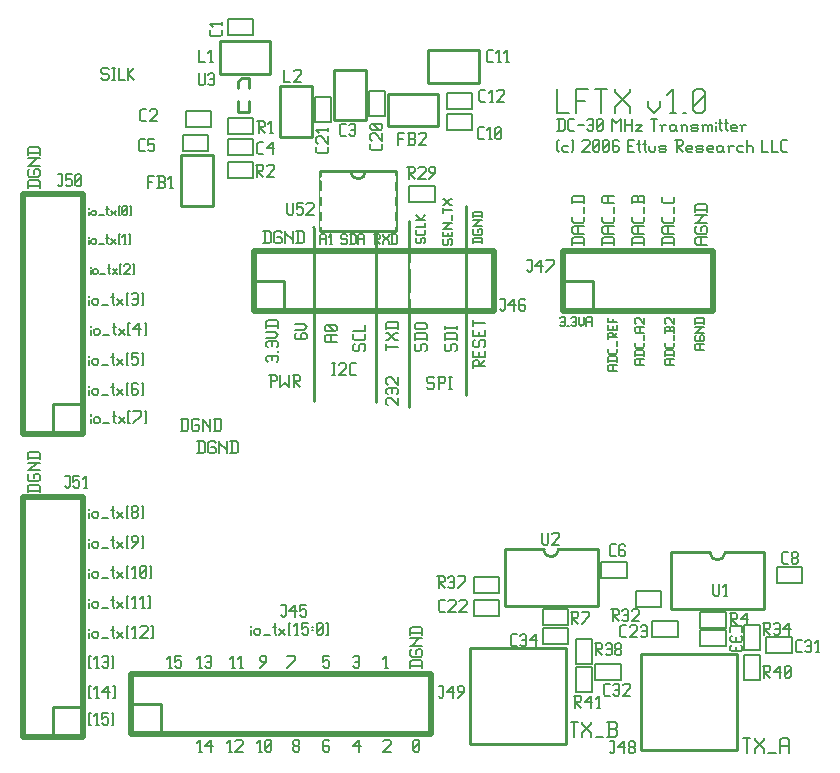
<source format=gbr>
From 1781b64f46a51ec82c527542ad37324e753e55d5 Mon Sep 17 00:00:00 2001
From: matt
Date: Wed, 16 Aug 2006 05:15:52 +0000
Subject: added in generated files

git-svn-id: http://gnuradio.org/svn/gnuradio/trunk@3306 221aa14e-8319-0410-a670-987f0aec2ac5
---
 usrp-hw/basic-lf/gbr-lftx/lftx_frontsilk.gbr | 2795 ++++++++++++++++++++++++++
 1 file changed, 2795 insertions(+)
 create mode 100644 usrp-hw/basic-lf/gbr-lftx/lftx_frontsilk.gbr

(limited to 'usrp-hw/basic-lf/gbr-lftx/lftx_frontsilk.gbr')

diff --git a/usrp-hw/basic-lf/gbr-lftx/lftx_frontsilk.gbr b/usrp-hw/basic-lf/gbr-lftx/lftx_frontsilk.gbr
new file mode 100644
index 000000000..bedffdd02
--- /dev/null
+++ b/usrp-hw/basic-lf/gbr-lftx/lftx_frontsilk.gbr
@@ -0,0 +1,2795 @@
+G04 Title: TX Daughterboard, silkscreen, component side *
+G04 Creator: pcb-bin 1.99q *
+G04 CreationDate: Fri Feb 10 03:52:58 2006 UTC *
+G04 For: matt *
+G04 Format: Gerber/RS-274X *
+G04 PCB-Dimensions: 275000 250000 *
+G04 PCB-Coordinate-Origin: lower left *
+%MOIN*%
+%FSLAX24Y24*%
+%IPPOS*%
+%ADD11C,0.0250*%
+%ADD12C,0.0080*%
+%ADD13C,0.0100*%
+%ADD14R,0.0240X0.0240*%
+%ADD15R,0.0440X0.0440*%
+%ADD16R,0.0300X0.0300*%
+%ADD17C,0.0060*%
+%ADD18R,0.0540X0.0540*%
+%ADD19R,0.0480X0.0480*%
+%ADD20R,0.0680X0.0680*%
+%ADD21C,0.0720*%
+%ADD22C,0.0920X0.0720*%
+%ADD23C,0.0920*%
+%ADD24C,0.0240*%
+%ADD25C,0.0340*%
+%ADD26R,0.0200X0.0200*%
+%ADD27R,0.0600X0.0600*%
+%ADD28R,0.0660X0.0660*%
+%ADD29R,0.0900X0.0900X0.0600X0.0600*%
+%ADD30R,0.0900X0.0900*%
+%ADD31C,0.0600*%
+%ADD32C,0.0660*%
+%AMTHERM1*7,0,0,0.0900,0.0600,0.0100,45*%
+%ADD33THERM1*%
+%ADD34C,0.0900X0.0600*%
+%ADD35C,0.0900*%
+%ADD36C,0.0200*%
+%ADD37C,0.1200X0.0900*%
+%ADD38C,0.1200*%
+%ADD39C,0.0150*%
+%AMTHERM2*7,0,0,0.1200,0.0900,0.0150,45*%
+%ADD40THERM2*%
+%ADD41C,0.0500*%
+%ADD42R,0.0500X0.0500*%
+%ADD43C,0.1320*%
+%ADD44C,0.1520*%
+%ADD45C,0.1520X0.1320*%
+%ADD46C,0.0400*%
+%ADD47C,0.0600X0.0400*%
+%AMTHERM3*7,0,0,0.0600,0.0400,0.0100,45*%
+%ADD48THERM3*%
+%ADD49C,0.0800*%
+%ADD50C,0.0800X0.0600*%
+%ADD51C,0.0125*%
+%AMTHERM4*7,0,0,0.0800,0.0600,0.0125,45*%
+%ADD52THERM4*%
+%ADD53C,0.0160*%
+%AMTHERM5*7,0,0,0.0800,0.0600,0.0160,45*%
+%ADD54THERM5*%
+%ADD55C,0.0360*%
+%ADD56C,0.0560*%
+%ADD57C,0.0560X0.0360*%
+%LNGROUP_3*%
+%LPD*%
+G01X0Y0D02*
+G54D17*X18830Y2180D02*X19370D01*
+Y3020D02*Y2180D01*
+X18830Y3020D02*X19370D01*
+X18830D02*Y2180D01*
+G04 Text: R41 *
+G54D12*X18750Y2070D02*X18950D01*
+X19000Y2020D01*
+Y1920D01*
+X18950Y1870D02*X19000Y1920D01*
+X18800Y1870D02*X18950D01*
+X18800Y2070D02*Y1670D01*
+Y1870D02*X19000Y1670D01*
+X19120Y1870D02*X19320Y2070D01*
+X19120Y1870D02*X19370D01*
+X19320Y2070D02*Y1670D01*
+X19540D02*X19640D01*
+X19590Y2070D02*Y1670D01*
+X19490Y1970D02*X19590Y2070D01*
+G54D17*X24430Y2580D02*X24970D01*
+Y3420D02*Y2580D01*
+X24430Y3420D02*X24970D01*
+X24430D02*Y2580D01*
+G04 Text: R40 *
+G54D12*X25050Y3070D02*X25250D01*
+X25300Y3020D01*
+Y2920D01*
+X25250Y2870D02*X25300Y2920D01*
+X25100Y2870D02*X25250D01*
+X25100Y3070D02*Y2670D01*
+Y2870D02*X25300Y2670D01*
+X25420Y2870D02*X25620Y3070D01*
+X25420Y2870D02*X25670D01*
+X25620Y3070D02*Y2670D01*
+X25790Y2720D02*X25840Y2670D01*
+X25790Y3020D02*Y2720D01*
+Y3020D02*X25840Y3070D01*
+X25940D01*
+X25990Y3020D01*
+Y2720D01*
+X25940Y2670D02*X25990Y2720D01*
+X25840Y2670D02*X25940D01*
+X25790Y2770D02*X25990Y2970D01*
+G54D17*X17730Y4320D02*Y3780D01*
+X18570D01*
+Y4320D01*
+X17730D01*
+G04 Text: C34 *
+G54D12*X16700Y3720D02*X16850D01*
+X16650Y3770D02*X16700Y3720D01*
+X16650Y4070D02*Y3770D01*
+Y4070D02*X16700Y4120D01*
+X16850D01*
+X16970Y4070D02*X17020Y4120D01*
+X17120D01*
+X17170Y4070D01*
+Y3770D01*
+X17120Y3720D02*X17170Y3770D01*
+X17020Y3720D02*X17120D01*
+X16970Y3770D02*X17020Y3720D01*
+Y3920D02*X17170D01*
+X17290D02*X17490Y4120D01*
+X17290Y3920D02*X17540D01*
+X17490Y4120D02*Y3720D01*
+G54D17*X22980Y4270D02*Y3730D01*
+X23820D01*
+Y4270D01*
+X22980D01*
+G04 Text: C33 *
+G54D12*X23970Y4350D02*Y4200D01*
+X24020Y4400D02*X23970Y4350D01*
+X24020Y4400D02*X24320D01*
+X24370Y4350D01*
+Y4200D01*
+X24320Y4079D02*X24370Y4029D01*
+Y3929D01*
+X24320Y3879D01*
+X24020D02*X24320D01*
+X23970Y3929D02*X24020Y3879D01*
+X23970Y4029D02*Y3929D01*
+X24020Y4079D02*X23970Y4029D01*
+X24170D02*Y3879D01*
+X24320Y3759D02*X24370Y3709D01*
+Y3609D01*
+X24320Y3559D01*
+X24020D02*X24320D01*
+X23970Y3609D02*X24020Y3559D01*
+X23970Y3709D02*Y3609D01*
+X24020Y3759D02*X23970Y3709D01*
+X24170D02*Y3559D01*
+G54D17*X19480Y3120D02*Y2580D01*
+X20320D01*
+Y3120D01*
+X19480D01*
+G04 Text: C32 *
+G54D12*X19800Y2070D02*X19950D01*
+X19750Y2120D02*X19800Y2070D01*
+X19750Y2420D02*Y2120D01*
+Y2420D02*X19800Y2470D01*
+X19950D01*
+X20070Y2420D02*X20120Y2470D01*
+X20220D01*
+X20270Y2420D01*
+Y2120D01*
+X20220Y2070D02*X20270Y2120D01*
+X20120Y2070D02*X20220D01*
+X20070Y2120D02*X20120Y2070D01*
+Y2270D02*X20270D01*
+X20390Y2420D02*X20440Y2470D01*
+X20590D01*
+X20640Y2420D01*
+Y2320D01*
+X20390Y2070D02*X20640Y2320D01*
+X20390Y2070D02*X20640D01*
+G54D17*X25180Y4020D02*Y3480D01*
+X26020D01*
+Y4020D01*
+X25180D01*
+G04 Text: C31 *
+G54D12*X26200Y3520D02*X26350D01*
+X26150Y3570D02*X26200Y3520D01*
+X26150Y3870D02*Y3570D01*
+Y3870D02*X26200Y3920D01*
+X26350D01*
+X26470Y3870D02*X26520Y3920D01*
+X26620D01*
+X26670Y3870D01*
+Y3570D01*
+X26620Y3520D02*X26670Y3570D01*
+X26520Y3520D02*X26620D01*
+X26470Y3570D02*X26520Y3520D01*
+Y3720D02*X26670D01*
+X26840Y3520D02*X26940D01*
+X26890Y3920D02*Y3520D01*
+X26790Y3820D02*X26890Y3920D01*
+G54D13*X5660Y20090D02*X6740D01*
+X5660D02*Y18410D01*
+X6740D01*
+Y20090D02*Y18410D01*
+G04 Text: FB1 *
+G54D12*X4550Y19390D02*Y18990D01*
+Y19390D02*X4750D01*
+X4550Y19190D02*X4700D01*
+X4870Y18990D02*X5070D01*
+X5120Y19040D01*
+Y19140D02*Y19040D01*
+X5070Y19190D02*X5120Y19140D01*
+X4920Y19190D02*X5070D01*
+X4920Y19390D02*Y18990D01*
+X4870Y19390D02*X5070D01*
+X5120Y19340D01*
+Y19240D01*
+X5070Y19190D02*X5120Y19240D01*
+X5290Y18990D02*X5390D01*
+X5340Y19390D02*Y18990D01*
+X5240Y19290D02*X5340Y19390D01*
+G54D17*X5730Y20770D02*Y20230D01*
+X6570D01*
+Y20770D01*
+X5730D01*
+G04 Text: C5 *
+G54D12*X4300Y20220D02*X4450D01*
+X4250Y20270D02*X4300Y20220D01*
+X4250Y20570D02*Y20270D01*
+Y20570D02*X4300Y20620D01*
+X4450D01*
+X4570D02*X4770D01*
+X4570D02*Y20420D01*
+X4620Y20470D01*
+X4720D01*
+X4770Y20420D01*
+Y20270D01*
+X4720Y20220D02*X4770Y20270D01*
+X4620Y20220D02*X4720D01*
+X4570Y20270D02*X4620Y20220D01*
+G54D17*X22220Y4570D02*Y4030D01*
+X21380Y4570D02*X22220D01*
+X21380D02*Y4030D01*
+X22220D01*
+G04 Text: C23 *
+G54D12*X20350Y4020D02*X20500D01*
+X20300Y4070D02*X20350Y4020D01*
+X20300Y4370D02*Y4070D01*
+Y4370D02*X20350Y4420D01*
+X20500D01*
+X20620Y4370D02*X20670Y4420D01*
+X20820D01*
+X20870Y4370D01*
+Y4270D01*
+X20620Y4020D02*X20870Y4270D01*
+X20620Y4020D02*X20870D01*
+X20990Y4370D02*X21040Y4420D01*
+X21140D01*
+X21190Y4370D01*
+Y4070D01*
+X21140Y4020D02*X21190Y4070D01*
+X21040Y4020D02*X21140D01*
+X20990Y4070D02*X21040Y4020D01*
+Y4220D02*X21190D01*
+G54D17*X16270Y5270D02*Y4730D01*
+X15430Y5270D02*X16270D01*
+X15430D02*Y4730D01*
+X16270D01*
+G04 Text: C22 *
+G54D12*X14300Y4870D02*X14450D01*
+X14250Y4920D02*X14300Y4870D01*
+X14250Y5220D02*Y4920D01*
+Y5220D02*X14300Y5270D01*
+X14450D01*
+X14570Y5220D02*X14620Y5270D01*
+X14770D01*
+X14820Y5220D01*
+Y5120D01*
+X14570Y4870D02*X14820Y5120D01*
+X14570Y4870D02*X14820D01*
+X14940Y5220D02*X14990Y5270D01*
+X15140D01*
+X15190Y5220D01*
+Y5120D01*
+X14940Y4870D02*X15190Y5120D01*
+X14940Y4870D02*X15190D01*
+G54D17*X10130Y22020D02*X10670D01*
+X10130D02*Y21180D01*
+X10670D01*
+Y22020D02*Y21180D01*
+G04 Text: C21 *
+G54D12*X10580Y20350D02*Y20200D01*
+X10530Y20150D02*X10580Y20200D01*
+X10230Y20150D02*X10530D01*
+X10230D02*X10180Y20200D01*
+Y20350D02*Y20200D01*
+X10230Y20470D02*X10180Y20520D01*
+Y20670D02*Y20520D01*
+Y20670D02*X10230Y20720D01*
+X10330D01*
+X10580Y20470D02*X10330Y20720D01*
+X10580D02*Y20470D01*
+Y20990D02*Y20890D01*
+X10180Y20940D02*X10580D01*
+X10280Y20840D02*X10180Y20940D01*
+G54D17*X11930Y22220D02*X12470D01*
+X11930D02*Y21380D01*
+X12470D01*
+Y22220D02*Y21380D01*
+G04 Text: C20 *
+G54D12*X12380Y20450D02*Y20300D01*
+X12330Y20250D02*X12380Y20300D01*
+X12030Y20250D02*X12330D01*
+X12030D02*X11980Y20300D01*
+Y20450D02*Y20300D01*
+X12030Y20570D02*X11980Y20620D01*
+Y20770D02*Y20620D01*
+Y20770D02*X12030Y20820D01*
+X12130D01*
+X12380Y20570D02*X12130Y20820D01*
+X12380D02*Y20570D01*
+X12330Y20940D02*X12380Y20990D01*
+X12030Y20940D02*X12330D01*
+X12030D02*X11980Y20990D01*
+Y21090D02*Y20990D01*
+Y21090D02*X12030Y21140D01*
+X12330D01*
+X12380Y21090D02*X12330Y21140D01*
+X12380Y21090D02*Y20990D01*
+X12280Y20940D02*X12080Y21140D01*
+G54D13*X16450Y6950D02*Y5050D01*
+X19550D01*
+Y6950D01*
+X16450D02*X17750D01*
+X19550D02*X18250D01*
+X17750D02*G75*G03X18250Y6950I250J0D01*G01*
+G04 Text: U2 *
+G54D12*X17700Y7500D02*Y7150D01*
+X17750Y7100D01*
+X17850D01*
+X17900Y7150D01*
+Y7500D02*Y7150D01*
+X18020Y7450D02*X18070Y7500D01*
+X18220D01*
+X18270Y7450D01*
+Y7350D01*
+X18020Y7100D02*X18270Y7350D01*
+X18020Y7100D02*X18270D01*
+G54D13*X22000Y6850D02*Y4950D01*
+X25100D01*
+Y6850D01*
+X22000D02*X23300D01*
+X25100D02*X23800D01*
+X23300D02*G75*G03X23800Y6850I250J0D01*G01*
+G04 Text: U1 *
+G54D12*X23400Y5800D02*Y5450D01*
+X23450Y5400D01*
+X23550D01*
+X23600Y5450D01*
+Y5800D02*Y5450D01*
+X23770Y5400D02*X23870D01*
+X23820Y5800D02*Y5400D01*
+X23720Y5700D02*X23820Y5800D01*
+G54D13*X8960Y22390D02*X10040D01*
+X8960D02*Y20710D01*
+X10040D01*
+Y22390D02*Y20710D01*
+G04 Text: L2 *
+G54D12*X9100Y22940D02*Y22540D01*
+X9300D01*
+X9420Y22890D02*X9470Y22940D01*
+X9620D01*
+X9670Y22890D01*
+Y22790D01*
+X9420Y22540D02*X9670Y22790D01*
+X9420Y22540D02*X9670D01*
+G54D13*X8640Y23890D02*Y22810D01*
+X6960Y23890D02*X8640D01*
+X6960D02*Y22810D01*
+X8640D01*
+G04 Text: L1 *
+G54D12*X6250Y23590D02*Y23190D01*
+X6450D01*
+X6620D02*X6720D01*
+X6670Y23590D02*Y23190D01*
+X6570Y23490D02*X6670Y23590D01*
+G54D17*X26370Y6370D02*Y5830D01*
+X25530Y6370D02*X26370D01*
+X25530D02*Y5830D01*
+X26370D01*
+G04 Text: C8 *
+G54D12*X25750Y6470D02*X25900D01*
+X25700Y6520D02*X25750Y6470D01*
+X25700Y6820D02*Y6520D01*
+Y6820D02*X25750Y6870D01*
+X25900D01*
+X26020Y6520D02*X26070Y6470D01*
+X26020Y6620D02*Y6520D01*
+Y6620D02*X26070Y6670D01*
+X26170D01*
+X26220Y6620D01*
+Y6520D01*
+X26170Y6470D02*X26220Y6520D01*
+X26070Y6470D02*X26170D01*
+X26020Y6720D02*X26070Y6670D01*
+X26020Y6820D02*Y6720D01*
+Y6820D02*X26070Y6870D01*
+X26170D01*
+X26220Y6820D01*
+Y6720D01*
+X26170Y6670D02*X26220Y6720D01*
+G54D17*X14530Y22170D02*Y21630D01*
+X15370D01*
+Y22170D01*
+X14530D01*
+G04 Text: C12 *
+G54D12*X15650Y21870D02*X15800D01*
+X15600Y21920D02*X15650Y21870D01*
+X15600Y22220D02*Y21920D01*
+Y22220D02*X15650Y22270D01*
+X15800D01*
+X15970Y21870D02*X16070D01*
+X16020Y22270D02*Y21870D01*
+X15920Y22170D02*X16020Y22270D01*
+X16190Y22220D02*X16240Y22270D01*
+X16390D01*
+X16440Y22220D01*
+Y22120D01*
+X16190Y21870D02*X16440Y22120D01*
+X16190Y21870D02*X16440D01*
+G54D17*X20520Y6520D02*Y5980D01*
+X19680Y6520D02*X20520D01*
+X19680D02*Y5980D01*
+X20520D01*
+G04 Text: C6 *
+G54D12*X20000Y6720D02*X20150D01*
+X19950Y6770D02*X20000Y6720D01*
+X19950Y7070D02*Y6770D01*
+Y7070D02*X20000Y7120D01*
+X20150D01*
+X20420D02*X20470Y7070D01*
+X20320Y7120D02*X20420D01*
+X20270Y7070D02*X20320Y7120D01*
+X20270Y7070D02*Y6770D01*
+X20320Y6720D01*
+X20420Y6920D02*X20470Y6870D01*
+X20270Y6920D02*X20420D01*
+X20320Y6720D02*X20420D01*
+X20470Y6770D01*
+Y6870D02*Y6770D01*
+G54D13*X13910Y23590D02*Y22510D01*
+X15590D01*
+Y23590D01*
+X13910D01*
+G04 Text: C11 *
+G54D12*X15900Y23190D02*X16050D01*
+X15850Y23240D02*X15900Y23190D01*
+X15850Y23540D02*Y23240D01*
+Y23540D02*X15900Y23590D01*
+X16050D01*
+X16220Y23190D02*X16320D01*
+X16270Y23590D02*Y23190D01*
+X16170Y23490D02*X16270Y23590D01*
+X16490Y23190D02*X16590D01*
+X16540Y23590D02*Y23190D01*
+X16440Y23490D02*X16540Y23590D01*
+G54D17*X14530Y21470D02*Y20930D01*
+X15370D01*
+Y21470D01*
+X14530D01*
+G04 Text: C10 *
+G54D12*X15600Y20620D02*X15750D01*
+X15550Y20670D02*X15600Y20620D01*
+X15550Y20970D02*Y20670D01*
+Y20970D02*X15600Y21020D01*
+X15750D01*
+X15920Y20620D02*X16020D01*
+X15970Y21020D02*Y20620D01*
+X15870Y20920D02*X15970Y21020D01*
+X16140Y20670D02*X16190Y20620D01*
+X16140Y20970D02*Y20670D01*
+Y20970D02*X16190Y21020D01*
+X16290D01*
+X16340Y20970D01*
+Y20670D01*
+X16290Y20620D02*X16340Y20670D01*
+X16190Y20620D02*X16290D01*
+X16140Y20720D02*X16340Y20920D01*
+G54D17*X8070Y20620D02*Y20080D01*
+X7230Y20620D02*X8070D01*
+X7230D02*Y20080D01*
+X8070D01*
+G04 Text: C4 *
+G54D12*X8250Y20120D02*X8400D01*
+X8200Y20170D02*X8250Y20120D01*
+X8200Y20470D02*Y20170D01*
+Y20470D02*X8250Y20520D01*
+X8400D01*
+X8520Y20320D02*X8720Y20520D01*
+X8520Y20320D02*X8770D01*
+X8720Y20520D02*Y20120D01*
+G54D13*X10760Y21260D02*X11840D01*
+Y22940D02*Y21260D01*
+X10760Y22940D02*X11840D01*
+X10760D02*Y21260D01*
+G04 Text: C3 *
+G54D12*X11000Y20740D02*X11150D01*
+X10950Y20790D02*X11000Y20740D01*
+X10950Y21090D02*Y20790D01*
+Y21090D02*X11000Y21140D01*
+X11150D01*
+X11270Y21090D02*X11320Y21140D01*
+X11420D01*
+X11470Y21090D01*
+Y20790D01*
+X11420Y20740D02*X11470Y20790D01*
+X11320Y20740D02*X11420D01*
+X11270Y20790D02*X11320Y20740D01*
+Y20940D02*X11470D01*
+G54D17*X5830Y21570D02*Y21030D01*
+X6670D01*
+Y21570D02*Y21030D01*
+X5830Y21570D02*X6670D01*
+G04 Text: C2 *
+G54D12*X4350Y21220D02*X4500D01*
+X4300Y21270D02*X4350Y21220D01*
+X4300Y21570D02*Y21270D01*
+Y21570D02*X4350Y21620D01*
+X4500D01*
+X4620Y21570D02*X4670Y21620D01*
+X4820D01*
+X4870Y21570D01*
+Y21470D01*
+X4620Y21220D02*X4870Y21470D01*
+X4620Y21220D02*X4870D01*
+G54D17*X8070Y24620D02*Y24080D01*
+X7230Y24620D02*X8070D01*
+X7230D02*Y24080D01*
+X8070D01*
+G04 Text: C1 *
+G54D12*X7030Y24250D02*Y24100D01*
+X6980Y24050D02*X7030Y24100D01*
+X6680Y24050D02*X6980D01*
+X6680D02*X6630Y24100D01*
+Y24250D02*Y24100D01*
+X7030Y24520D02*Y24420D01*
+X6630Y24470D02*X7030D01*
+X6730Y24370D02*X6630Y24470D01*
+G54D17*X18570Y4970D02*Y4430D01*
+X17730Y4970D02*X18570D01*
+X17730D02*Y4430D01*
+X18570D01*
+G04 Text: R7 *
+G54D12*X18650Y4870D02*X18850D01*
+X18900Y4820D01*
+Y4720D01*
+X18850Y4670D02*X18900Y4720D01*
+X18700Y4670D02*X18850D01*
+X18700Y4870D02*Y4470D01*
+Y4670D02*X18900Y4470D01*
+X19020D02*X19270Y4720D01*
+Y4870D02*Y4720D01*
+X19020Y4870D02*X19270D01*
+G54D17*X23820D02*Y4330D01*
+X22980Y4870D02*X23820D01*
+X22980D02*Y4330D01*
+X23820D01*
+G04 Text: R4 *
+G54D12*X23950Y4820D02*X24150D01*
+X24200Y4770D01*
+Y4670D01*
+X24150Y4620D02*X24200Y4670D01*
+X24000Y4620D02*X24150D01*
+X24000Y4820D02*Y4420D01*
+Y4620D02*X24200Y4420D01*
+X24320Y4620D02*X24520Y4820D01*
+X24320Y4620D02*X24570D01*
+X24520Y4820D02*Y4420D01*
+G54D17*X8070Y19870D02*Y19330D01*
+X7230Y19870D02*X8070D01*
+X7230D02*Y19330D01*
+X8070D01*
+G04 Text: R2 *
+G54D12*X8150Y19770D02*X8350D01*
+X8400Y19720D01*
+Y19620D01*
+X8350Y19570D02*X8400Y19620D01*
+X8200Y19570D02*X8350D01*
+X8200Y19770D02*Y19370D01*
+Y19570D02*X8400Y19370D01*
+X8520Y19720D02*X8570Y19770D01*
+X8720D01*
+X8770Y19720D01*
+Y19620D01*
+X8520Y19370D02*X8770Y19620D01*
+X8520Y19370D02*X8770D01*
+G54D17*X18830Y3130D02*X19370D01*
+Y3970D02*Y3130D01*
+X18830Y3970D02*X19370D01*
+X18830D02*Y3130D01*
+G04 Text: R38 *
+G54D12*X19450Y3820D02*X19650D01*
+X19700Y3770D01*
+Y3670D01*
+X19650Y3620D02*X19700Y3670D01*
+X19500Y3620D02*X19650D01*
+X19500Y3820D02*Y3420D01*
+Y3620D02*X19700Y3420D01*
+X19820Y3770D02*X19870Y3820D01*
+X19970D01*
+X20020Y3770D01*
+Y3470D01*
+X19970Y3420D02*X20020Y3470D01*
+X19870Y3420D02*X19970D01*
+X19820Y3470D02*X19870Y3420D01*
+Y3620D02*X20020D01*
+X20140Y3470D02*X20190Y3420D01*
+X20140Y3570D02*Y3470D01*
+Y3570D02*X20190Y3620D01*
+X20290D01*
+X20340Y3570D01*
+Y3470D01*
+X20290Y3420D02*X20340Y3470D01*
+X20190Y3420D02*X20290D01*
+X20140Y3670D02*X20190Y3620D01*
+X20140Y3770D02*Y3670D01*
+Y3770D02*X20190Y3820D01*
+X20290D01*
+X20340Y3770D01*
+Y3670D01*
+X20290Y3620D02*X20340Y3670D01*
+G54D17*X7230Y21320D02*Y20780D01*
+X8070D01*
+Y21320D01*
+X7230D01*
+G04 Text: R1 *
+G54D12*X8200Y21220D02*X8400D01*
+X8450Y21170D01*
+Y21070D01*
+X8400Y21020D02*X8450Y21070D01*
+X8250Y21020D02*X8400D01*
+X8250Y21220D02*Y20820D01*
+Y21020D02*X8450Y20820D01*
+X8620D02*X8720D01*
+X8670Y21220D02*Y20820D01*
+X8570Y21120D02*X8670Y21220D01*
+G54D36*X2400Y8700D02*Y700D01*
+X400Y8700D02*X2400D01*
+X400D02*Y700D01*
+X2400D01*
+G54D13*X1400Y1700D02*X2400D01*
+X1400D02*Y700D01*
+G04 Text: J51 *
+G54D12*X1800Y9400D02*X1950D01*
+Y9050D01*
+X1900Y9000D02*X1950Y9050D01*
+X1850Y9000D02*X1900D01*
+X1800Y9050D02*X1850Y9000D01*
+X2070Y9400D02*X2270D01*
+X2070D02*Y9200D01*
+X2120Y9250D01*
+X2220D01*
+X2270Y9200D01*
+Y9050D01*
+X2220Y9000D02*X2270Y9050D01*
+X2120Y9000D02*X2220D01*
+X2070Y9050D02*X2120Y9000D01*
+X2440D02*X2540D01*
+X2490Y9400D02*Y9000D01*
+X2390Y9300D02*X2490Y9400D01*
+G54D13*X7575Y22320D02*Y22547D01*
+X7697Y22670D01*
+X7925D01*
+Y22320D01*
+X7575Y21880D02*Y21530D01*
+X7925D01*
+Y21880D01*
+G04 Text: U3 *
+G54D12*X6250Y22820D02*Y22470D01*
+X6300Y22420D01*
+X6400D01*
+X6450Y22470D01*
+Y22820D02*Y22470D01*
+X6570Y22770D02*X6620Y22820D01*
+X6720D01*
+X6770Y22770D01*
+Y22470D01*
+X6720Y22420D02*X6770Y22470D01*
+X6620Y22420D02*X6720D01*
+X6570Y22470D02*X6620Y22420D01*
+Y22620D02*X6770D01*
+G54D13*X4000Y1800D02*X5000D01*
+Y800D01*
+G54D36*X4000Y2800D02*Y800D01*
+Y2800D02*X14000D01*
+Y800D01*
+X4000D02*X14000D01*
+G04 Text: J45 *
+G54D12*X9000Y5100D02*X9150D01*
+Y4750D01*
+X9100Y4700D02*X9150Y4750D01*
+X9050Y4700D02*X9100D01*
+X9000Y4750D02*X9050Y4700D01*
+X9270Y4900D02*X9470Y5100D01*
+X9270Y4900D02*X9520D01*
+X9470Y5100D02*Y4700D01*
+X9640Y5100D02*X9840D01*
+X9640D02*Y4900D01*
+X9690Y4950D01*
+X9790D01*
+X9840Y4900D01*
+Y4750D01*
+X9790Y4700D02*X9840Y4750D01*
+X9690Y4700D02*X9790D01*
+X9640Y4750D02*X9690Y4700D01*
+G54D17*X24430Y4420D02*Y3580D01*
+Y4420D02*X24970D01*
+Y3580D01*
+X24430D02*X24970D01*
+G04 Text: R34 *
+G54D12*X25050Y4500D02*X25250D01*
+X25300Y4450D01*
+Y4350D01*
+X25250Y4300D02*X25300Y4350D01*
+X25100Y4300D02*X25250D01*
+X25100Y4500D02*Y4100D01*
+Y4300D02*X25300Y4100D01*
+X25420Y4450D02*X25470Y4500D01*
+X25570D01*
+X25620Y4450D01*
+Y4150D01*
+X25570Y4100D02*X25620Y4150D01*
+X25470Y4100D02*X25570D01*
+X25420Y4150D02*X25470Y4100D01*
+Y4300D02*X25620D01*
+X25740D02*X25940Y4500D01*
+X25740Y4300D02*X25990D01*
+X25940Y4500D02*Y4100D01*
+G54D17*X20830Y5030D02*X21670D01*
+X20830Y5570D02*Y5030D01*
+Y5570D02*X21670D01*
+Y5030D01*
+G04 Text: R32 *
+G54D12*X20000Y4950D02*X20200D01*
+X20250Y4900D01*
+Y4800D01*
+X20200Y4750D02*X20250Y4800D01*
+X20050Y4750D02*X20200D01*
+X20050Y4950D02*Y4550D01*
+Y4750D02*X20250Y4550D01*
+X20370Y4900D02*X20420Y4950D01*
+X20520D01*
+X20570Y4900D01*
+Y4600D01*
+X20520Y4550D02*X20570Y4600D01*
+X20420Y4550D02*X20520D01*
+X20370Y4600D02*X20420Y4550D01*
+Y4750D02*X20570D01*
+X20690Y4900D02*X20740Y4950D01*
+X20890D01*
+X20940Y4900D01*
+Y4800D01*
+X20690Y4550D02*X20940Y4800D01*
+X20690Y4550D02*X20940D01*
+G54D17*X15430Y5480D02*X16270D01*
+X15430Y6020D02*Y5480D01*
+Y6020D02*X16270D01*
+Y5480D01*
+G04 Text: R37 *
+G54D12*X14200Y6050D02*X14400D01*
+X14450Y6000D01*
+Y5900D01*
+X14400Y5850D02*X14450Y5900D01*
+X14250Y5850D02*X14400D01*
+X14250Y6050D02*Y5650D01*
+Y5850D02*X14450Y5650D01*
+X14570Y6000D02*X14620Y6050D01*
+X14720D01*
+X14770Y6000D01*
+Y5700D01*
+X14720Y5650D02*X14770Y5700D01*
+X14620Y5650D02*X14720D01*
+X14570Y5700D02*X14620Y5650D01*
+Y5850D02*X14770D01*
+X14890Y5650D02*X15140Y5900D01*
+Y6050D02*Y5900D01*
+X14890Y6050D02*X15140D01*
+G54D36*X18400Y14900D02*X23400D01*
+Y16900D02*Y14900D01*
+X18400Y16900D02*X23400D01*
+X18400D02*Y14900D01*
+G54D13*X19400Y15900D02*Y14900D01*
+X18400Y15900D02*X19400D01*
+G04 Text: J47 *
+G54D12*X17200Y16600D02*X17350D01*
+Y16250D01*
+X17300Y16200D02*X17350Y16250D01*
+X17250Y16200D02*X17300D01*
+X17200Y16250D02*X17250Y16200D01*
+X17470Y16400D02*X17670Y16600D01*
+X17470Y16400D02*X17720D01*
+X17670Y16600D02*Y16200D01*
+X17840D02*X18090Y16450D01*
+Y16600D02*Y16450D01*
+X17840Y16600D02*X18090D01*
+G54D13*X12560Y22140D02*Y21060D01*
+X14240D01*
+Y22140D01*
+X12560D01*
+G04 Text: FB2 *
+G54D12*X12900Y20840D02*Y20440D01*
+Y20840D02*X13100D01*
+X12900Y20640D02*X13050D01*
+X13220Y20440D02*X13420D01*
+X13470Y20490D01*
+Y20590D02*Y20490D01*
+X13420Y20640D02*X13470Y20590D01*
+X13270Y20640D02*X13420D01*
+X13270Y20840D02*Y20440D01*
+X13220Y20840D02*X13420D01*
+X13470Y20790D01*
+Y20690D01*
+X13420Y20640D02*X13470Y20690D01*
+X13590Y20790D02*X13640Y20840D01*
+X13790D01*
+X13840Y20790D01*
+Y20690D01*
+X13590Y20440D02*X13840Y20690D01*
+X13590Y20440D02*X13840D01*
+G54D13*X21000Y250D02*Y3450D01*
+X24200Y250D02*X21000D01*
+X24200Y3450D02*Y250D01*
+X21000Y3450D02*X24200D01*
+G04 Text: J48 *
+G54D12*X19950Y550D02*X20100D01*
+Y200D01*
+X20050Y150D02*X20100Y200D01*
+X20000Y150D02*X20050D01*
+X19950Y200D02*X20000Y150D01*
+X20220Y350D02*X20420Y550D01*
+X20220Y350D02*X20470D01*
+X20420Y550D02*Y150D01*
+X20590Y200D02*X20640Y150D01*
+X20590Y300D02*Y200D01*
+Y300D02*X20640Y350D01*
+X20740D01*
+X20790Y300D01*
+Y200D01*
+X20740Y150D02*X20790Y200D01*
+X20640Y150D02*X20740D01*
+X20590Y400D02*X20640Y350D01*
+X20590Y500D02*Y400D01*
+Y500D02*X20640Y550D01*
+X20740D01*
+X20790Y500D01*
+Y400D01*
+X20740Y350D02*X20790Y400D01*
+G54D36*X8100Y14900D02*X16100D01*
+Y16900D02*Y14900D01*
+X8100Y16900D02*X16100D01*
+X8100D02*Y14900D01*
+G54D13*X9100Y15900D02*Y14900D01*
+X8100Y15900D02*X9100D01*
+G04 Text: J46 *
+G54D12*X16300Y15300D02*X16450D01*
+Y14950D01*
+X16400Y14900D02*X16450Y14950D01*
+X16350Y14900D02*X16400D01*
+X16300Y14950D02*X16350Y14900D01*
+X16570Y15100D02*X16770Y15300D01*
+X16570Y15100D02*X16820D01*
+X16770Y15300D02*Y14900D01*
+X17090Y15300D02*X17140Y15250D01*
+X16990Y15300D02*X17090D01*
+X16940Y15250D02*X16990Y15300D01*
+X16940Y15250D02*Y14950D01*
+X16990Y14900D01*
+X17090Y15100D02*X17140Y15050D01*
+X16940Y15100D02*X17090D01*
+X16990Y14900D02*X17090D01*
+X17140Y14950D01*
+Y15050D02*Y14950D01*
+G54D13*X15300Y450D02*Y3650D01*
+X18500Y450D02*X15300D01*
+X18500Y3650D02*Y450D01*
+X15300Y3650D02*X18500D01*
+G04 Text: J49 *
+G54D12*X14250Y2400D02*X14400D01*
+Y2050D01*
+X14350Y2000D02*X14400Y2050D01*
+X14300Y2000D02*X14350D01*
+X14250Y2050D02*X14300Y2000D01*
+X14520Y2200D02*X14720Y2400D01*
+X14520Y2200D02*X14770D01*
+X14720Y2400D02*Y2000D01*
+X14890D02*X15090Y2200D01*
+Y2350D02*Y2200D01*
+X15040Y2400D02*X15090Y2350D01*
+X14940Y2400D02*X15040D01*
+X14890Y2350D02*X14940Y2400D01*
+X14890Y2350D02*Y2250D01*
+X14940Y2200D01*
+X15090D01*
+G54D36*X2400Y18800D02*Y10800D01*
+X400Y18800D02*X2400D01*
+X400D02*Y10800D01*
+X2400D01*
+G54D13*X1400Y11800D02*X2400D01*
+X1400D02*Y10800D01*
+G04 Text: J50 *
+G54D12*X1550Y19450D02*X1700D01*
+Y19100D01*
+X1650Y19050D02*X1700Y19100D01*
+X1600Y19050D02*X1650D01*
+X1550Y19100D02*X1600Y19050D01*
+X1820Y19450D02*X2020D01*
+X1820D02*Y19250D01*
+X1870Y19300D01*
+X1970D01*
+X2020Y19250D01*
+Y19100D01*
+X1970Y19050D02*X2020Y19100D01*
+X1870Y19050D02*X1970D01*
+X1820Y19100D02*X1870Y19050D01*
+X2140Y19100D02*X2190Y19050D01*
+X2140Y19400D02*Y19100D01*
+Y19400D02*X2190Y19450D01*
+X2290D01*
+X2340Y19400D01*
+Y19100D01*
+X2290Y19050D02*X2340Y19100D01*
+X2190Y19050D02*X2290D01*
+X2140Y19150D02*X2340Y19350D01*
+G54D17*X14120Y19070D02*Y18530D01*
+X13280Y19070D02*X14120D01*
+X13280D02*Y18530D01*
+X14120D01*
+G04 Text: R29 *
+G54D12*X13200Y19700D02*X13400D01*
+X13450Y19650D01*
+Y19550D01*
+X13400Y19500D02*X13450Y19550D01*
+X13250Y19500D02*X13400D01*
+X13250Y19700D02*Y19300D01*
+Y19500D02*X13450Y19300D01*
+X13570Y19650D02*X13620Y19700D01*
+X13770D01*
+X13820Y19650D01*
+Y19550D01*
+X13570Y19300D02*X13820Y19550D01*
+X13570Y19300D02*X13820D01*
+X13940D02*X14140Y19500D01*
+Y19650D02*Y19500D01*
+X14090Y19700D02*X14140Y19650D01*
+X13990Y19700D02*X14090D01*
+X13940Y19650D02*X13990Y19700D01*
+X13940Y19650D02*Y19550D01*
+X13990Y19500D01*
+X14140D01*
+G54D13*X10310Y19550D02*Y17550D01*
+X12830D01*
+Y19550D02*Y17550D01*
+X11320Y19550D02*X12830D01*
+X10310D02*X11820D01*
+X11320D02*G75*G03X11820Y19550I250J0D01*G01*
+G04 Text: U52 *
+G54D12*X9200Y18500D02*Y18150D01*
+X9250Y18100D01*
+X9350D01*
+X9400Y18150D01*
+Y18500D02*Y18150D01*
+X9520Y18500D02*X9720D01*
+X9520D02*Y18300D01*
+X9570Y18350D01*
+X9670D01*
+X9720Y18300D01*
+Y18150D01*
+X9670Y18100D02*X9720Y18150D01*
+X9570Y18100D02*X9670D01*
+X9520Y18150D02*X9570Y18100D01*
+X9840Y18450D02*X9890Y18500D01*
+X10040D01*
+X10090Y18450D01*
+Y18350D01*
+X9840Y18100D02*X10090Y18350D01*
+X9840Y18100D02*X10090D01*
+G54D13*X15150Y12100D02*Y18400D01*
+X13250Y11700D02*Y17900D01*
+X12150Y11850D02*Y17450D01*
+X10100Y17650D02*X10050Y17700D01*
+X10100Y11900D02*Y17650D01*
+G04 Text: (c) 2006 Ettus Research LLC *
+G54D12*X18200Y20250D02*X18250Y20200D01*
+X18200Y20550D02*X18250Y20600D01*
+X18200Y20550D02*Y20250D01*
+X18420Y20400D02*X18570D01*
+X18370Y20350D02*X18420Y20400D01*
+X18370Y20350D02*Y20250D01*
+X18420Y20200D01*
+X18570D01*
+X18690Y20600D02*X18740Y20550D01*
+Y20250D01*
+X18690Y20200D02*X18740Y20250D01*
+X19040Y20550D02*X19090Y20600D01*
+X19240D01*
+X19290Y20550D01*
+Y20450D01*
+X19040Y20200D02*X19290Y20450D01*
+X19040Y20200D02*X19290D01*
+X19410Y20250D02*X19460Y20200D01*
+X19410Y20550D02*Y20250D01*
+Y20550D02*X19460Y20600D01*
+X19560D01*
+X19610Y20550D01*
+Y20250D01*
+X19560Y20200D02*X19610Y20250D01*
+X19460Y20200D02*X19560D01*
+X19410Y20300D02*X19610Y20500D01*
+X19730Y20250D02*X19780Y20200D01*
+X19730Y20550D02*Y20250D01*
+Y20550D02*X19780Y20600D01*
+X19880D01*
+X19930Y20550D01*
+Y20250D01*
+X19880Y20200D02*X19930Y20250D01*
+X19780Y20200D02*X19880D01*
+X19730Y20300D02*X19930Y20500D01*
+X20200Y20600D02*X20250Y20550D01*
+X20100Y20600D02*X20200D01*
+X20050Y20550D02*X20100Y20600D01*
+X20050Y20550D02*Y20250D01*
+X20100Y20200D01*
+X20200Y20400D02*X20250Y20350D01*
+X20050Y20400D02*X20200D01*
+X20100Y20200D02*X20200D01*
+X20250Y20250D01*
+Y20350D02*Y20250D01*
+X20550Y20400D02*X20700D01*
+X20550Y20200D02*X20750D01*
+X20550Y20600D02*Y20200D01*
+Y20600D02*X20750D01*
+X20920D02*Y20250D01*
+X20970Y20200D01*
+X20870Y20450D02*X20970D01*
+X21120Y20600D02*Y20250D01*
+X21170Y20200D01*
+X21070Y20450D02*X21170D01*
+X21271Y20400D02*Y20250D01*
+X21321Y20200D01*
+X21421D01*
+X21471Y20250D01*
+Y20400D02*Y20250D01*
+X21641Y20200D02*X21791D01*
+X21841Y20250D01*
+X21791Y20300D02*X21841Y20250D01*
+X21641Y20300D02*X21791D01*
+X21591Y20350D02*X21641Y20300D01*
+X21591Y20350D02*X21641Y20400D01*
+X21791D01*
+X21841Y20350D01*
+X21591Y20250D02*X21641Y20200D01*
+X22141Y20600D02*X22341D01*
+X22391Y20550D01*
+Y20450D01*
+X22341Y20400D02*X22391Y20450D01*
+X22191Y20400D02*X22341D01*
+X22191Y20600D02*Y20200D01*
+Y20400D02*X22391Y20200D01*
+X22561D02*X22711D01*
+X22511Y20250D02*X22561Y20200D01*
+X22511Y20350D02*Y20250D01*
+Y20350D02*X22561Y20400D01*
+X22661D01*
+X22711Y20350D01*
+X22511Y20300D02*X22711D01*
+Y20350D02*Y20300D01*
+X22881Y20200D02*X23031D01*
+X23081Y20250D01*
+X23031Y20300D02*X23081Y20250D01*
+X22881Y20300D02*X23031D01*
+X22831Y20350D02*X22881Y20300D01*
+X22831Y20350D02*X22881Y20400D01*
+X23031D01*
+X23081Y20350D01*
+X22831Y20250D02*X22881Y20200D01*
+X23251D02*X23401D01*
+X23201Y20250D02*X23251Y20200D01*
+X23201Y20350D02*Y20250D01*
+Y20350D02*X23251Y20400D01*
+X23351D01*
+X23401Y20350D01*
+X23201Y20300D02*X23401D01*
+Y20350D02*Y20300D01*
+X23671Y20400D02*X23721Y20350D01*
+X23571Y20400D02*X23671D01*
+X23521Y20350D02*X23571Y20400D01*
+X23521Y20350D02*Y20250D01*
+X23571Y20200D01*
+X23721Y20400D02*Y20250D01*
+X23771Y20200D01*
+X23571D02*X23671D01*
+X23721Y20250D01*
+X23941Y20350D02*Y20200D01*
+Y20350D02*X23991Y20400D01*
+X24091D01*
+X23891D02*X23941Y20350D01*
+X24261Y20400D02*X24411D01*
+X24211Y20350D02*X24261Y20400D01*
+X24211Y20350D02*Y20250D01*
+X24261Y20200D01*
+X24411D01*
+X24531Y20600D02*Y20200D01*
+Y20350D02*X24581Y20400D01*
+X24681D01*
+X24731Y20350D01*
+Y20200D01*
+X25032Y20600D02*Y20200D01*
+X25232D01*
+X25352Y20600D02*Y20200D01*
+X25552D01*
+X25722D02*X25872D01*
+X25672Y20250D02*X25722Y20200D01*
+X25672Y20550D02*Y20250D01*
+Y20550D02*X25722Y20600D01*
+X25872D01*
+G04 Text: DC-30 MHz Transmitter *
+X18250Y21300D02*Y20900D01*
+X18400Y21300D02*X18450Y21250D01*
+Y20950D01*
+X18400Y20900D02*X18450Y20950D01*
+X18200Y20900D02*X18400D01*
+X18200Y21300D02*X18400D01*
+X18620Y20900D02*X18770D01*
+X18570Y20950D02*X18620Y20900D01*
+X18570Y21250D02*Y20950D01*
+Y21250D02*X18620Y21300D01*
+X18770D01*
+X18890Y21100D02*X19090D01*
+X19210Y21250D02*X19260Y21300D01*
+X19360D01*
+X19410Y21250D01*
+Y20950D01*
+X19360Y20900D02*X19410Y20950D01*
+X19260Y20900D02*X19360D01*
+X19210Y20950D02*X19260Y20900D01*
+Y21100D02*X19410D01*
+X19530Y20950D02*X19580Y20900D01*
+X19530Y21250D02*Y20950D01*
+Y21250D02*X19580Y21300D01*
+X19680D01*
+X19730Y21250D01*
+Y20950D01*
+X19680Y20900D02*X19730Y20950D01*
+X19580Y20900D02*X19680D01*
+X19530Y21000D02*X19730Y21200D01*
+X20030Y21300D02*Y20900D01*
+Y21300D02*X20180Y21150D01*
+X20330Y21300D01*
+Y20900D01*
+X20450Y21300D02*Y20900D01*
+X20700Y21300D02*Y20900D01*
+X20450Y21100D02*X20700D01*
+X20820D02*X21020D01*
+X20820Y20900D02*X21020Y21100D01*
+X20820Y20900D02*X21020D01*
+X21320Y21300D02*X21520D01*
+X21420D02*Y20900D01*
+X21690Y21050D02*Y20900D01*
+Y21050D02*X21740Y21100D01*
+X21840D01*
+X21640D02*X21690Y21050D01*
+X22111Y21100D02*X22161Y21050D01*
+X22011Y21100D02*X22111D01*
+X21961Y21050D02*X22011Y21100D01*
+X21961Y21050D02*Y20950D01*
+X22011Y20900D01*
+X22161Y21100D02*Y20950D01*
+X22211Y20900D01*
+X22011D02*X22111D01*
+X22161Y20950D01*
+X22381Y21050D02*Y20900D01*
+Y21050D02*X22431Y21100D01*
+X22481D01*
+X22531Y21050D01*
+Y20900D01*
+X22331Y21100D02*X22381Y21050D01*
+X22701Y20900D02*X22851D01*
+X22901Y20950D01*
+X22851Y21000D02*X22901Y20950D01*
+X22701Y21000D02*X22851D01*
+X22651Y21050D02*X22701Y21000D01*
+X22651Y21050D02*X22701Y21100D01*
+X22851D01*
+X22901Y21050D01*
+X22651Y20950D02*X22701Y20900D01*
+X23071Y21050D02*Y20900D01*
+Y21050D02*X23121Y21100D01*
+X23171D01*
+X23221Y21050D01*
+Y20900D01*
+Y21050D02*X23271Y21100D01*
+X23321D01*
+X23371Y21050D01*
+Y20900D01*
+X23021Y21100D02*X23071Y21050D01*
+X23491Y21200D02*Y21150D01*
+Y21050D02*Y20900D01*
+X23641Y21300D02*Y20950D01*
+X23691Y20900D01*
+X23591Y21150D02*X23691D01*
+X23841Y21300D02*Y20950D01*
+X23891Y20900D01*
+X23791Y21150D02*X23891D01*
+X24041Y20900D02*X24191D01*
+X23991Y20950D02*X24041Y20900D01*
+X23991Y21050D02*Y20950D01*
+Y21050D02*X24041Y21100D01*
+X24141D01*
+X24191Y21050D01*
+X23991Y21000D02*X24191D01*
+Y21050D02*Y21000D01*
+X24361Y21050D02*Y20900D01*
+Y21050D02*X24411Y21100D01*
+X24511D01*
+X24311D02*X24361Y21050D01*
+G04 Text: LFTX v1.0 *
+X18200Y22300D02*Y21500D01*
+X18600D01*
+X18840Y22300D02*Y21500D01*
+Y22300D02*X19240D01*
+X18840Y21900D02*X19140D01*
+X19480Y22300D02*X19880D01*
+X19680D02*Y21500D01*
+X20120Y22300D02*Y22200D01*
+X20620Y21700D01*
+Y21500D01*
+X20120Y21700D02*Y21500D01*
+Y21700D02*X20620Y22200D01*
+Y22300D02*Y22200D01*
+X21220Y21900D02*Y21700D01*
+X21420Y21500D01*
+X21620Y21700D01*
+Y21900D02*Y21700D01*
+X21961Y21500D02*X22161D01*
+X22061Y22300D02*Y21500D01*
+X21861Y22100D02*X22061Y22300D01*
+X22401Y21500D02*X22501D01*
+X22741Y21600D02*X22841Y21500D01*
+X22741Y22200D02*Y21600D01*
+Y22200D02*X22841Y22300D01*
+X23041D01*
+X23141Y22200D01*
+Y21600D01*
+X23041Y21500D02*X23141Y21600D01*
+X22841Y21500D02*X23041D01*
+X22741Y21700D02*X23141Y22100D01*
+G04 Text: SPI *
+X14050Y12700D02*X14100Y12650D01*
+X13900Y12700D02*X14050D01*
+X13850Y12650D02*X13900Y12700D01*
+X13850Y12650D02*Y12550D01*
+X13900Y12500D01*
+X14050D01*
+X14100Y12450D01*
+Y12350D01*
+X14050Y12300D02*X14100Y12350D01*
+X13900Y12300D02*X14050D01*
+X13850Y12350D02*X13900Y12300D01*
+X14270Y12700D02*Y12300D01*
+X14220Y12700D02*X14420D01*
+X14470Y12650D01*
+Y12550D01*
+X14420Y12500D02*X14470Y12550D01*
+X14270Y12500D02*X14420D01*
+X14590Y12700D02*X14690D01*
+X14640D02*Y12300D01*
+X14590D02*X14690D01*
+G04 Text: I2C *
+X10700Y13150D02*X10800D01*
+X10750D02*Y12750D01*
+X10700D02*X10800D01*
+X10920Y13100D02*X10970Y13150D01*
+X11120D01*
+X11170Y13100D01*
+Y13000D01*
+X10920Y12750D02*X11170Y13000D01*
+X10920Y12750D02*X11170D01*
+X11340D02*X11490D01*
+X11290Y12800D02*X11340Y12750D01*
+X11290Y13100D02*Y12800D01*
+Y13100D02*X11340Y13150D01*
+X11490D01*
+G04 Text: PWR *
+X8650Y12750D02*Y12350D01*
+X8600Y12750D02*X8800D01*
+X8850Y12700D01*
+Y12600D01*
+X8800Y12550D02*X8850Y12600D01*
+X8650Y12550D02*X8800D01*
+X8970Y12750D02*Y12350D01*
+X9120Y12500D01*
+X9270Y12350D01*
+Y12750D02*Y12350D01*
+X9390Y12750D02*X9590D01*
+X9640Y12700D01*
+Y12600D01*
+X9590Y12550D02*X9640Y12600D01*
+X9440Y12550D02*X9590D01*
+X9440Y12750D02*Y12350D01*
+Y12550D02*X9640Y12350D01*
+G04 Text: SDA *
+X11156Y17450D02*X11195Y17411D01*
+X11039Y17450D02*X11156D01*
+X11000Y17411D02*X11039Y17450D01*
+X11000Y17411D02*Y17333D01*
+X11039Y17294D01*
+X11156D01*
+X11195Y17255D01*
+Y17177D01*
+X11156Y17138D02*X11195Y17177D01*
+X11039Y17138D02*X11156D01*
+X11000Y17177D02*X11039Y17138D01*
+X11327Y17450D02*Y17138D01*
+X11444Y17450D02*X11483Y17411D01*
+Y17177D01*
+X11444Y17138D02*X11483Y17177D01*
+X11288Y17138D02*X11444D01*
+X11288Y17450D02*X11444D01*
+X11577Y17411D02*Y17138D01*
+Y17411D02*X11616Y17450D01*
+X11733D01*
+X11772Y17411D01*
+Y17138D01*
+X11577Y17294D02*X11772D01*
+G04 Text: A1 *
+X10300Y17411D02*Y17138D01*
+Y17411D02*X10339Y17450D01*
+X10456D01*
+X10495Y17411D01*
+Y17138D01*
+X10300Y17294D02*X10495D01*
+X10627Y17138D02*X10705D01*
+X10666Y17450D02*Y17138D01*
+X10588Y17372D02*X10666Y17450D01*
+G04 Text: RXD *
+X12100D02*X12256D01*
+X12295Y17411D01*
+Y17333D01*
+X12256Y17294D02*X12295Y17333D01*
+X12139Y17294D02*X12256D01*
+X12139Y17450D02*Y17138D01*
+Y17294D02*X12295Y17138D01*
+X12388Y17450D02*Y17411D01*
+X12583Y17216D01*
+Y17138D01*
+X12388Y17216D02*Y17138D01*
+Y17216D02*X12583Y17411D01*
+Y17450D02*Y17411D01*
+X12716Y17450D02*Y17138D01*
+X12833Y17450D02*X12872Y17411D01*
+Y17177D01*
+X12833Y17138D02*X12872Y17177D01*
+X12677Y17138D02*X12833D01*
+X12677Y17450D02*X12833D01*
+G04 Text: SCLK *
+X13500Y17306D02*X13539Y17345D01*
+X13500Y17306D02*Y17189D01*
+X13539Y17150D02*X13500Y17189D01*
+X13539Y17150D02*X13617D01*
+X13656Y17189D01*
+Y17306D02*Y17189D01*
+Y17306D02*X13695Y17345D01*
+X13773D01*
+X13812Y17306D02*X13773Y17345D01*
+X13812Y17306D02*Y17189D01*
+X13773Y17150D02*X13812Y17189D01*
+Y17594D02*Y17477D01*
+X13773Y17438D02*X13812Y17477D01*
+X13539Y17438D02*X13773D01*
+X13539D02*X13500Y17477D01*
+Y17594D02*Y17477D01*
+Y17688D02*X13812D01*
+Y17844D02*Y17688D01*
+X13500Y17938D02*X13812D01*
+X13656D02*X13500Y18094D01*
+X13656Y17938D02*X13812Y18094D01*
+G04 Text: SEN_TX *
+X14400Y17256D02*X14439Y17295D01*
+X14400Y17256D02*Y17139D01*
+X14439Y17100D02*X14400Y17139D01*
+X14439Y17100D02*X14517D01*
+X14556Y17139D01*
+Y17256D02*Y17139D01*
+Y17256D02*X14595Y17295D01*
+X14673D01*
+X14712Y17256D02*X14673Y17295D01*
+X14712Y17256D02*Y17139D01*
+X14673Y17100D02*X14712Y17139D01*
+X14556Y17505D02*Y17388D01*
+X14712Y17544D02*Y17388D01*
+X14400D02*X14712D01*
+X14400Y17544D02*Y17388D01*
+Y17638D02*X14712D01*
+X14400D02*X14439D01*
+X14634Y17833D01*
+X14400D02*X14712D01*
+Y18083D02*Y17927D01*
+X14400Y18332D02*Y18176D01*
+Y18254D02*X14712D01*
+X14400Y18426D02*X14439D01*
+X14634Y18621D01*
+X14712D01*
+X14634Y18426D02*X14712D01*
+X14634D02*X14439Y18621D01*
+X14400D02*X14439D01*
+G04 Text: DGND *
+X15400Y17189D02*X15712D01*
+X15400Y17306D02*X15439Y17345D01*
+X15673D01*
+X15712Y17306D02*X15673Y17345D01*
+X15712Y17306D02*Y17150D01*
+X15400Y17306D02*Y17150D01*
+Y17594D02*X15439Y17633D01*
+X15400Y17594D02*Y17477D01*
+X15439Y17438D02*X15400Y17477D01*
+X15439Y17438D02*X15673D01*
+X15712Y17477D01*
+Y17594D02*Y17477D01*
+Y17594D02*X15673Y17633D01*
+X15595D02*X15673D01*
+X15556Y17594D02*X15595Y17633D01*
+X15556Y17594D02*Y17516D01*
+X15400Y17727D02*X15712D01*
+X15400D02*X15439D01*
+X15634Y17922D01*
+X15400D02*X15712D01*
+X15400Y18055D02*X15712D01*
+X15400Y18172D02*X15439Y18211D01*
+X15673D01*
+X15712Y18172D02*X15673Y18211D01*
+X15712Y18172D02*Y18016D01*
+X15400Y18172D02*Y18016D01*
+G04 Text: RESET *
+Y13200D02*Y13000D01*
+Y13200D02*X15450Y13250D01*
+X15550D01*
+X15600Y13200D02*X15550Y13250D01*
+X15600Y13200D02*Y13050D01*
+X15400D02*X15800D01*
+X15600D02*X15800Y13250D01*
+X15600Y13520D02*Y13370D01*
+X15800Y13570D02*Y13370D01*
+X15400D02*X15800D01*
+X15400Y13570D02*Y13370D01*
+Y13890D02*X15450Y13940D01*
+X15400Y13890D02*Y13740D01*
+X15450Y13690D02*X15400Y13740D01*
+X15450Y13690D02*X15550D01*
+X15600Y13740D01*
+Y13890D02*Y13740D01*
+Y13890D02*X15650Y13940D01*
+X15750D01*
+X15800Y13890D02*X15750Y13940D01*
+X15800Y13890D02*Y13740D01*
+X15750Y13690D02*X15800Y13740D01*
+X15600Y14210D02*Y14060D01*
+X15800Y14260D02*Y14060D01*
+X15400D02*X15800D01*
+X15400Y14260D02*Y14060D01*
+Y14580D02*Y14380D01*
+Y14480D02*X15800D01*
+G04 Text: SDI *
+X14450Y13750D02*X14500Y13800D01*
+X14450Y13750D02*Y13600D01*
+X14500Y13550D02*X14450Y13600D01*
+X14500Y13550D02*X14600D01*
+X14650Y13600D01*
+Y13750D02*Y13600D01*
+Y13750D02*X14700Y13800D01*
+X14800D01*
+X14850Y13750D02*X14800Y13800D01*
+X14850Y13750D02*Y13600D01*
+X14800Y13550D02*X14850Y13600D01*
+X14450Y13970D02*X14850D01*
+X14450Y14120D02*X14500Y14170D01*
+X14800D01*
+X14850Y14120D02*X14800Y14170D01*
+X14850Y14120D02*Y13920D01*
+X14450Y14120D02*Y13920D01*
+Y14390D02*Y14290D01*
+Y14340D02*X14850D01*
+Y14390D02*Y14290D01*
+G04 Text: SDO *
+X13450Y13750D02*X13500Y13800D01*
+X13450Y13750D02*Y13600D01*
+X13500Y13550D02*X13450Y13600D01*
+X13500Y13550D02*X13600D01*
+X13650Y13600D01*
+Y13750D02*Y13600D01*
+Y13750D02*X13700Y13800D01*
+X13800D01*
+X13850Y13750D02*X13800Y13800D01*
+X13850Y13750D02*Y13600D01*
+X13800Y13550D02*X13850Y13600D01*
+X13450Y13970D02*X13850D01*
+X13450Y14120D02*X13500Y14170D01*
+X13800D01*
+X13850Y14120D02*X13800Y14170D01*
+X13850Y14120D02*Y13920D01*
+X13450Y14120D02*Y13920D01*
+X13500Y14290D02*X13800D01*
+X13500D02*X13450Y14340D01*
+Y14440D02*Y14340D01*
+Y14440D02*X13500Y14490D01*
+X13800D01*
+X13850Y14440D02*X13800Y14490D01*
+X13850Y14440D02*Y14340D01*
+X13800Y14290D02*X13850Y14340D01*
+G04 Text: TXD *
+X12500Y13800D02*Y13600D01*
+Y13700D02*X12900D01*
+X12500Y13920D02*X12550D01*
+X12800Y14170D01*
+X12900D01*
+X12800Y13920D02*X12900D01*
+X12800D02*X12550Y14170D01*
+X12500D02*X12550D01*
+X12500Y14340D02*X12900D01*
+X12500Y14490D02*X12550Y14540D01*
+X12850D01*
+X12900Y14490D02*X12850Y14540D01*
+X12900Y14490D02*Y14290D01*
+X12500Y14490D02*Y14290D01*
+G04 Text: SCL *
+X11400Y13750D02*X11450Y13800D01*
+X11400Y13750D02*Y13600D01*
+X11450Y13550D02*X11400Y13600D01*
+X11450Y13550D02*X11550D01*
+X11600Y13600D01*
+Y13750D02*Y13600D01*
+Y13750D02*X11650Y13800D01*
+X11750D01*
+X11800Y13750D02*X11750Y13800D01*
+X11800Y13750D02*Y13600D01*
+X11750Y13550D02*X11800Y13600D01*
+Y14120D02*Y13970D01*
+X11750Y13920D02*X11800Y13970D01*
+X11450Y13920D02*X11750D01*
+X11450D02*X11400Y13970D01*
+Y14120D02*Y13970D01*
+Y14240D02*X11800D01*
+Y14440D02*Y14240D01*
+G04 Text: A0 *
+X10500Y13850D02*X10850D01*
+X10500D02*X10450Y13900D01*
+Y14050D02*Y13900D01*
+Y14050D02*X10500Y14100D01*
+X10850D01*
+X10650D02*Y13850D01*
+X10800Y14220D02*X10850Y14270D01*
+X10500Y14220D02*X10800D01*
+X10500D02*X10450Y14270D01*
+Y14370D02*Y14270D01*
+Y14370D02*X10500Y14420D01*
+X10800D01*
+X10850Y14370D02*X10800Y14420D01*
+X10850Y14370D02*Y14270D01*
+X10750Y14220D02*X10550Y14420D01*
+G04 Text: 6V *
+X9450Y14100D02*X9500Y14150D01*
+X9450Y14100D02*Y14000D01*
+X9500Y13950D02*X9450Y14000D01*
+X9500Y13950D02*X9800D01*
+X9850Y14000D01*
+X9650Y14100D02*X9700Y14150D01*
+X9650Y14100D02*Y13950D01*
+X9850Y14100D02*Y14000D01*
+Y14100D02*X9800Y14150D01*
+X9700D02*X9800D01*
+X9450Y14270D02*X9750D01*
+X9850Y14370D01*
+X9750Y14470D01*
+X9450D02*X9750D01*
+G04 Text: 3.3VD *
+X8550Y13200D02*X8500Y13250D01*
+Y13350D02*Y13250D01*
+Y13350D02*X8550Y13400D01*
+X8850D01*
+X8900Y13350D02*X8850Y13400D01*
+X8900Y13350D02*Y13250D01*
+X8850Y13200D02*X8900Y13250D01*
+X8700Y13400D02*Y13250D01*
+X8900Y13570D02*Y13520D01*
+X8550Y13690D02*X8500Y13740D01*
+Y13840D02*Y13740D01*
+Y13840D02*X8550Y13890D01*
+X8850D01*
+X8900Y13840D02*X8850Y13890D01*
+X8900Y13840D02*Y13740D01*
+X8850Y13690D02*X8900Y13740D01*
+X8700Y13890D02*Y13740D01*
+X8500Y14010D02*X8800D01*
+X8900Y14110D01*
+X8800Y14210D01*
+X8500D02*X8800D01*
+X8500Y14380D02*X8900D01*
+X8500Y14530D02*X8550Y14580D01*
+X8850D01*
+X8900Y14530D02*X8850Y14580D01*
+X8900Y14530D02*Y14330D01*
+X8500Y14530D02*Y14330D01*
+G04 Text: DGND *
+X8450Y17550D02*Y17150D01*
+X8600Y17550D02*X8650Y17500D01*
+Y17200D01*
+X8600Y17150D02*X8650Y17200D01*
+X8400Y17150D02*X8600D01*
+X8400Y17550D02*X8600D01*
+X8970D02*X9020Y17500D01*
+X8820Y17550D02*X8970D01*
+X8770Y17500D02*X8820Y17550D01*
+X8770Y17500D02*Y17200D01*
+X8820Y17150D01*
+X8970D01*
+X9020Y17200D01*
+Y17300D02*Y17200D01*
+X8970Y17350D02*X9020Y17300D01*
+X8870Y17350D02*X8970D01*
+X9140Y17550D02*Y17150D01*
+Y17550D02*Y17500D01*
+X9390Y17250D01*
+Y17550D02*Y17150D01*
+X9560Y17550D02*Y17150D01*
+X9710Y17550D02*X9760Y17500D01*
+Y17200D01*
+X9710Y17150D02*X9760Y17200D01*
+X9510Y17150D02*X9710D01*
+X9510Y17550D02*X9710D01*
+G04 Text: 3.3VA *
+X18300Y14661D02*X18339Y14700D01*
+X18417D01*
+X18456Y14661D01*
+Y14427D01*
+X18417Y14388D02*X18456Y14427D01*
+X18339Y14388D02*X18417D01*
+X18300Y14427D02*X18339Y14388D01*
+Y14544D02*X18456D01*
+X18549Y14388D02*X18588D01*
+X18682Y14661D02*X18721Y14700D01*
+X18799D01*
+X18838Y14661D01*
+Y14427D01*
+X18799Y14388D02*X18838Y14427D01*
+X18721Y14388D02*X18799D01*
+X18682Y14427D02*X18721Y14388D01*
+Y14544D02*X18838D01*
+X18932Y14700D02*Y14466D01*
+X19010Y14388D01*
+X19088Y14466D01*
+Y14700D02*Y14466D01*
+X19181Y14661D02*Y14388D01*
+Y14661D02*X19220Y14700D01*
+X19337D01*
+X19376Y14661D01*
+Y14388D01*
+X19181Y14544D02*X19376D01*
+G04 Text: AGND *
+X22839Y13600D02*X23112D01*
+X22839D02*X22800Y13639D01*
+Y13756D02*Y13639D01*
+Y13756D02*X22839Y13795D01*
+X23112D01*
+X22956D02*Y13600D01*
+X22800Y14044D02*X22839Y14083D01*
+X22800Y14044D02*Y13927D01*
+X22839Y13888D02*X22800Y13927D01*
+X22839Y13888D02*X23073D01*
+X23112Y13927D01*
+Y14044D02*Y13927D01*
+Y14044D02*X23073Y14083D01*
+X22995D02*X23073D01*
+X22956Y14044D02*X22995Y14083D01*
+X22956Y14044D02*Y13966D01*
+X22800Y14177D02*X23112D01*
+X22800D02*X22839D01*
+X23034Y14372D01*
+X22800D02*X23112D01*
+X22800Y14505D02*X23112D01*
+X22800Y14622D02*X22839Y14661D01*
+X23073D01*
+X23112Y14622D02*X23073Y14661D01*
+X23112Y14622D02*Y14466D01*
+X22800Y14622D02*Y14466D01*
+G04 Text: ADC_REF *
+X19939Y12900D02*X20212D01*
+X19939D02*X19900Y12939D01*
+Y13056D02*Y12939D01*
+Y13056D02*X19939Y13095D01*
+X20212D01*
+X20056D02*Y12900D01*
+X19900Y13227D02*X20212D01*
+X19900Y13344D02*X19939Y13383D01*
+X20173D01*
+X20212Y13344D02*X20173Y13383D01*
+X20212Y13344D02*Y13188D01*
+X19900Y13344D02*Y13188D01*
+X20212Y13633D02*Y13516D01*
+X20173Y13477D02*X20212Y13516D01*
+X19939Y13477D02*X20173D01*
+X19939D02*X19900Y13516D01*
+Y13633D02*Y13516D01*
+X20212Y13883D02*Y13727D01*
+X19900Y14132D02*Y13976D01*
+Y14132D02*X19939Y14171D01*
+X20017D01*
+X20056Y14132D02*X20017Y14171D01*
+X20056Y14132D02*Y14015D01*
+X19900D02*X20212D01*
+X20056D02*X20212Y14171D01*
+X20056Y14382D02*Y14265D01*
+X20212Y14421D02*Y14265D01*
+X19900D02*X20212D01*
+X19900Y14421D02*Y14265D01*
+Y14515D02*X20212D01*
+X19900Y14671D02*Y14515D01*
+X20056Y14632D02*Y14515D01*
+G04 Text: ADC_B2 *
+X21839Y13100D02*X22112D01*
+X21839D02*X21800Y13139D01*
+Y13256D02*Y13139D01*
+Y13256D02*X21839Y13295D01*
+X22112D01*
+X21956D02*Y13100D01*
+X21800Y13427D02*X22112D01*
+X21800Y13544D02*X21839Y13583D01*
+X22073D01*
+X22112Y13544D02*X22073Y13583D01*
+X22112Y13544D02*Y13388D01*
+X21800Y13544D02*Y13388D01*
+X22112Y13833D02*Y13716D01*
+X22073Y13677D02*X22112Y13716D01*
+X21839Y13677D02*X22073D01*
+X21839D02*X21800Y13716D01*
+Y13833D02*Y13716D01*
+X22112Y14083D02*Y13927D01*
+Y14332D02*Y14176D01*
+Y14332D02*X22073Y14371D01*
+X21995D02*X22073D01*
+X21956Y14332D02*X21995Y14371D01*
+X21956Y14332D02*Y14215D01*
+X21800D02*X22112D01*
+X21800Y14332D02*Y14176D01*
+Y14332D02*X21839Y14371D01*
+X21917D01*
+X21956Y14332D02*X21917Y14371D01*
+X21839Y14465D02*X21800Y14504D01*
+Y14621D02*Y14504D01*
+Y14621D02*X21839Y14660D01*
+X21917D01*
+X22112Y14465D02*X21917Y14660D01*
+X22112D02*Y14465D01*
+G04 Text: ADC_A2 *
+X20839Y13100D02*X21112D01*
+X20839D02*X20800Y13139D01*
+Y13256D02*Y13139D01*
+Y13256D02*X20839Y13295D01*
+X21112D01*
+X20956D02*Y13100D01*
+X20800Y13427D02*X21112D01*
+X20800Y13544D02*X20839Y13583D01*
+X21073D01*
+X21112Y13544D02*X21073Y13583D01*
+X21112Y13544D02*Y13388D01*
+X20800Y13544D02*Y13388D01*
+X21112Y13833D02*Y13716D01*
+X21073Y13677D02*X21112Y13716D01*
+X20839Y13677D02*X21073D01*
+X20839D02*X20800Y13716D01*
+Y13833D02*Y13716D01*
+X21112Y14083D02*Y13927D01*
+X20839Y14176D02*X21112D01*
+X20839D02*X20800Y14215D01*
+Y14332D02*Y14215D01*
+Y14332D02*X20839Y14371D01*
+X21112D01*
+X20956D02*Y14176D01*
+X20839Y14465D02*X20800Y14504D01*
+Y14621D02*Y14504D01*
+Y14621D02*X20839Y14660D01*
+X20917D01*
+X21112Y14465D02*X20917Y14660D01*
+X21112D02*Y14465D01*
+G04 Text: AGND *
+X22850Y17100D02*X23200D01*
+X22850D02*X22800Y17150D01*
+Y17300D02*Y17150D01*
+Y17300D02*X22850Y17350D01*
+X23200D01*
+X23000D02*Y17100D01*
+X22800Y17670D02*X22850Y17720D01*
+X22800Y17670D02*Y17520D01*
+X22850Y17470D02*X22800Y17520D01*
+X22850Y17470D02*X23150D01*
+X23200Y17520D01*
+Y17670D02*Y17520D01*
+Y17670D02*X23150Y17720D01*
+X23050D02*X23150D01*
+X23000Y17670D02*X23050Y17720D01*
+X23000Y17670D02*Y17570D01*
+X22800Y17840D02*X23200D01*
+X22800D02*X22850D01*
+X23100Y18090D01*
+X22800D02*X23200D01*
+X22800Y18260D02*X23200D01*
+X22800Y18410D02*X22850Y18460D01*
+X23150D01*
+X23200Y18410D02*X23150Y18460D01*
+X23200Y18410D02*Y18210D01*
+X22800Y18410D02*Y18210D01*
+G04 Text: DAC_D *
+X18700Y17150D02*X19100D01*
+X18700Y17300D02*X18750Y17350D01*
+X19050D01*
+X19100Y17300D02*X19050Y17350D01*
+X19100Y17300D02*Y17100D01*
+X18700Y17300D02*Y17100D01*
+X18750Y17470D02*X19100D01*
+X18750D02*X18700Y17520D01*
+Y17670D02*Y17520D01*
+Y17670D02*X18750Y17720D01*
+X19100D01*
+X18900D02*Y17470D01*
+X19100Y18040D02*Y17890D01*
+X19050Y17840D02*X19100Y17890D01*
+X18750Y17840D02*X19050D01*
+X18750D02*X18700Y17890D01*
+Y18040D02*Y17890D01*
+X19100Y18360D02*Y18160D01*
+X18700Y18530D02*X19100D01*
+X18700Y18680D02*X18750Y18730D01*
+X19050D01*
+X19100Y18680D02*X19050Y18730D01*
+X19100Y18680D02*Y18480D01*
+X18700Y18680D02*Y18480D01*
+G04 Text: DAC_C *
+X21700Y17150D02*X22100D01*
+X21700Y17300D02*X21750Y17350D01*
+X22050D01*
+X22100Y17300D02*X22050Y17350D01*
+X22100Y17300D02*Y17100D01*
+X21700Y17300D02*Y17100D01*
+X21750Y17470D02*X22100D01*
+X21750D02*X21700Y17520D01*
+Y17670D02*Y17520D01*
+Y17670D02*X21750Y17720D01*
+X22100D01*
+X21900D02*Y17470D01*
+X22100Y18040D02*Y17890D01*
+X22050Y17840D02*X22100Y17890D01*
+X21750Y17840D02*X22050D01*
+X21750D02*X21700Y17890D01*
+Y18040D02*Y17890D01*
+X22100Y18360D02*Y18160D01*
+Y18680D02*Y18530D01*
+X22050Y18480D02*X22100Y18530D01*
+X21750Y18480D02*X22050D01*
+X21750D02*X21700Y18530D01*
+Y18680D02*Y18530D01*
+G04 Text: DAC_B *
+X20700Y17150D02*X21100D01*
+X20700Y17300D02*X20750Y17350D01*
+X21050D01*
+X21100Y17300D02*X21050Y17350D01*
+X21100Y17300D02*Y17100D01*
+X20700Y17300D02*Y17100D01*
+X20750Y17470D02*X21100D01*
+X20750D02*X20700Y17520D01*
+Y17670D02*Y17520D01*
+Y17670D02*X20750Y17720D01*
+X21100D01*
+X20900D02*Y17470D01*
+X21100Y18040D02*Y17890D01*
+X21050Y17840D02*X21100Y17890D01*
+X20750Y17840D02*X21050D01*
+X20750D02*X20700Y17890D01*
+Y18040D02*Y17890D01*
+X21100Y18360D02*Y18160D01*
+Y18680D02*Y18480D01*
+Y18680D02*X21050Y18730D01*
+X20950D02*X21050D01*
+X20900Y18680D02*X20950Y18730D01*
+X20900Y18680D02*Y18530D01*
+X20700D02*X21100D01*
+X20700Y18680D02*Y18480D01*
+Y18680D02*X20750Y18730D01*
+X20850D01*
+X20900Y18680D02*X20850Y18730D01*
+G04 Text: DAC_A *
+X19700Y17150D02*X20100D01*
+X19700Y17300D02*X19750Y17350D01*
+X20050D01*
+X20100Y17300D02*X20050Y17350D01*
+X20100Y17300D02*Y17100D01*
+X19700Y17300D02*Y17100D01*
+X19750Y17470D02*X20100D01*
+X19750D02*X19700Y17520D01*
+Y17670D02*Y17520D01*
+Y17670D02*X19750Y17720D01*
+X20100D01*
+X19900D02*Y17470D01*
+X20100Y18040D02*Y17890D01*
+X20050Y17840D02*X20100Y17890D01*
+X19750Y17840D02*X20050D01*
+X19750D02*X19700Y17890D01*
+Y18040D02*Y17890D01*
+X20100Y18360D02*Y18160D01*
+X19750Y18480D02*X20100D01*
+X19750D02*X19700Y18530D01*
+Y18680D02*Y18530D01*
+Y18680D02*X19750Y18730D01*
+X20100D01*
+X19900D02*Y18480D01*
+G04 Text: io_tx[1] *
+X2600Y17372D02*Y17333D01*
+Y17255D02*Y17138D01*
+X2678Y17255D02*Y17177D01*
+Y17255D02*X2717Y17294D01*
+X2795D01*
+X2834Y17255D01*
+Y17177D01*
+X2795Y17138D02*X2834Y17177D01*
+X2717Y17138D02*X2795D01*
+X2678Y17177D02*X2717Y17138D01*
+X2927D02*X3083D01*
+X3216Y17450D02*Y17177D01*
+X3255Y17138D01*
+X3177Y17333D02*X3255D01*
+X3333Y17294D02*X3489Y17138D01*
+X3333D02*X3489Y17294D01*
+X3583Y17450D02*X3622D01*
+X3583D02*Y17138D01*
+X3622D01*
+X3754D02*X3832D01*
+X3793Y17450D02*Y17138D01*
+X3715Y17372D02*X3793Y17450D01*
+X3926D02*X3965D01*
+Y17138D01*
+X3926D02*X3965D01*
+G04 Text: 15 *
+X5250Y3000D02*X5350D01*
+X5300Y3400D02*Y3000D01*
+X5200Y3300D02*X5300Y3400D01*
+X5470D02*X5670D01*
+X5470D02*Y3200D01*
+X5520Y3250D01*
+X5620D01*
+X5670Y3200D01*
+Y3050D01*
+X5620Y3000D02*X5670Y3050D01*
+X5520Y3000D02*X5620D01*
+X5470Y3050D02*X5520Y3000D01*
+G04 Text: 14 *
+X6250Y200D02*X6350D01*
+X6300Y600D02*Y200D01*
+X6200Y500D02*X6300Y600D01*
+X6470Y400D02*X6670Y600D01*
+X6470Y400D02*X6720D01*
+X6670Y600D02*Y200D01*
+G04 Text: 13 *
+X6250Y3000D02*X6350D01*
+X6300Y3400D02*Y3000D01*
+X6200Y3300D02*X6300Y3400D01*
+X6470Y3350D02*X6520Y3400D01*
+X6620D01*
+X6670Y3350D01*
+Y3050D01*
+X6620Y3000D02*X6670Y3050D01*
+X6520Y3000D02*X6620D01*
+X6470Y3050D02*X6520Y3000D01*
+Y3200D02*X6670D01*
+G04 Text: 12 *
+X7250Y200D02*X7350D01*
+X7300Y600D02*Y200D01*
+X7200Y500D02*X7300Y600D01*
+X7470Y550D02*X7520Y600D01*
+X7670D01*
+X7720Y550D01*
+Y450D01*
+X7470Y200D02*X7720Y450D01*
+X7470Y200D02*X7720D01*
+G04 Text: 11 *
+X7350Y3000D02*X7450D01*
+X7400Y3400D02*Y3000D01*
+X7300Y3300D02*X7400Y3400D01*
+X7620Y3000D02*X7720D01*
+X7670Y3400D02*Y3000D01*
+X7570Y3300D02*X7670Y3400D01*
+G04 Text: 10 *
+X8250Y200D02*X8350D01*
+X8300Y600D02*Y200D01*
+X8200Y500D02*X8300Y600D01*
+X8470Y250D02*X8520Y200D01*
+X8470Y550D02*Y250D01*
+Y550D02*X8520Y600D01*
+X8620D01*
+X8670Y550D01*
+Y250D01*
+X8620Y200D02*X8670Y250D01*
+X8520Y200D02*X8620D01*
+X8470Y300D02*X8670Y500D01*
+G04 Text: 9 *
+X8300Y3000D02*X8500Y3200D01*
+Y3350D02*Y3200D01*
+X8450Y3400D02*X8500Y3350D01*
+X8350Y3400D02*X8450D01*
+X8300Y3350D02*X8350Y3400D01*
+X8300Y3350D02*Y3250D01*
+X8350Y3200D01*
+X8500D01*
+G04 Text: 8 *
+X9400Y250D02*X9450Y200D01*
+X9400Y350D02*Y250D01*
+Y350D02*X9450Y400D01*
+X9550D01*
+X9600Y350D01*
+Y250D01*
+X9550Y200D02*X9600Y250D01*
+X9450Y200D02*X9550D01*
+X9400Y450D02*X9450Y400D01*
+X9400Y550D02*Y450D01*
+Y550D02*X9450Y600D01*
+X9550D01*
+X9600Y550D01*
+Y450D01*
+X9550Y400D02*X9600Y450D01*
+G04 Text: 7 *
+X9200Y3000D02*X9450Y3250D01*
+Y3400D02*Y3250D01*
+X9200Y3400D02*X9450D01*
+G04 Text: 6 *
+X10550Y600D02*X10600Y550D01*
+X10450Y600D02*X10550D01*
+X10400Y550D02*X10450Y600D01*
+X10400Y550D02*Y250D01*
+X10450Y200D01*
+X10550Y400D02*X10600Y350D01*
+X10400Y400D02*X10550D01*
+X10450Y200D02*X10550D01*
+X10600Y250D01*
+Y350D02*Y250D01*
+G04 Text: 5 *
+X10400Y3400D02*X10600D01*
+X10400D02*Y3200D01*
+X10450Y3250D01*
+X10550D01*
+X10600Y3200D01*
+Y3050D01*
+X10550Y3000D02*X10600Y3050D01*
+X10450Y3000D02*X10550D01*
+X10400Y3050D02*X10450Y3000D01*
+G04 Text: 4 *
+X11400Y400D02*X11600Y600D01*
+X11400Y400D02*X11650D01*
+X11600Y600D02*Y200D01*
+G04 Text: 3 *
+X11400Y3350D02*X11450Y3400D01*
+X11550D01*
+X11600Y3350D01*
+Y3050D01*
+X11550Y3000D02*X11600Y3050D01*
+X11450Y3000D02*X11550D01*
+X11400Y3050D02*X11450Y3000D01*
+Y3200D02*X11600D01*
+G04 Text: 2 *
+X12400Y550D02*X12450Y600D01*
+X12600D01*
+X12650Y550D01*
+Y450D01*
+X12400Y200D02*X12650Y450D01*
+X12400Y200D02*X12650D01*
+G04 Text: DGND *
+X13300Y3050D02*X13700D01*
+X13300Y3200D02*X13350Y3250D01*
+X13650D01*
+X13700Y3200D02*X13650Y3250D01*
+X13700Y3200D02*Y3000D01*
+X13300Y3200D02*Y3000D01*
+Y3570D02*X13350Y3620D01*
+X13300Y3570D02*Y3420D01*
+X13350Y3370D02*X13300Y3420D01*
+X13350Y3370D02*X13650D01*
+X13700Y3420D01*
+Y3570D02*Y3420D01*
+Y3570D02*X13650Y3620D01*
+X13550D02*X13650D01*
+X13500Y3570D02*X13550Y3620D01*
+X13500Y3570D02*Y3470D01*
+X13300Y3740D02*X13700D01*
+X13300D02*X13350D01*
+X13600Y3990D01*
+X13300D02*X13700D01*
+X13300Y4160D02*X13700D01*
+X13300Y4310D02*X13350Y4360D01*
+X13650D01*
+X13700Y4310D02*X13650Y4360D01*
+X13700Y4310D02*Y4110D01*
+X13300Y4310D02*Y4110D01*
+G04 Text: 1 *
+X12450Y3000D02*X12550D01*
+X12500Y3400D02*Y3000D01*
+X12400Y3300D02*X12500Y3400D01*
+G04 Text: 0 *
+X13400Y250D02*X13450Y200D01*
+X13400Y550D02*Y250D01*
+Y550D02*X13450Y600D01*
+X13550D01*
+X13600Y550D01*
+Y250D01*
+X13550Y200D02*X13600Y250D01*
+X13450Y200D02*X13550D01*
+X13400Y300D02*X13600Y500D01*
+G04 Text: io_tx[15:0] *
+X8000Y4400D02*Y4350D01*
+Y4250D02*Y4100D01*
+X8100Y4250D02*Y4150D01*
+Y4250D02*X8150Y4300D01*
+X8250D01*
+X8300Y4250D01*
+Y4150D01*
+X8250Y4100D02*X8300Y4150D01*
+X8150Y4100D02*X8250D01*
+X8100Y4150D02*X8150Y4100D01*
+X8420D02*X8620D01*
+X8790Y4500D02*Y4150D01*
+X8840Y4100D01*
+X8740Y4350D02*X8840D01*
+X8940Y4300D02*X9140Y4100D01*
+X8940D02*X9140Y4300D01*
+X9260Y4500D02*X9310D01*
+X9260D02*Y4100D01*
+X9310D01*
+X9480D02*X9580D01*
+X9530Y4500D02*Y4100D01*
+X9430Y4400D02*X9530Y4500D01*
+X9700D02*X9900D01*
+X9700D02*Y4300D01*
+X9750Y4350D01*
+X9850D01*
+X9900Y4300D01*
+Y4150D01*
+X9850Y4100D02*X9900Y4150D01*
+X9750Y4100D02*X9850D01*
+X9700Y4150D02*X9750Y4100D01*
+X10020Y4350D02*X10070D01*
+X10020Y4250D02*X10070D01*
+X10190Y4150D02*X10240Y4100D01*
+X10190Y4450D02*Y4150D01*
+Y4450D02*X10240Y4500D01*
+X10340D01*
+X10390Y4450D01*
+Y4150D01*
+X10340Y4100D02*X10390Y4150D01*
+X10240Y4100D02*X10340D01*
+X10190Y4200D02*X10390Y4400D01*
+X10511Y4500D02*X10561D01*
+Y4100D01*
+X10511D02*X10561D01*
+G04 Text: TX_B *
+X18650Y1200D02*X18894D01*
+X18772D02*Y712D01*
+X19040Y1200D02*Y1139D01*
+X19345Y834D01*
+Y712D01*
+X19040Y834D02*Y712D01*
+Y834D02*X19345Y1139D01*
+Y1200D02*Y1139D01*
+X19492Y712D02*X19736D01*
+X19882D02*X20126D01*
+X20187Y773D01*
+Y895D02*Y773D01*
+X20126Y956D02*X20187Y895D01*
+X19943Y956D02*X20126D01*
+X19943Y1200D02*Y712D01*
+X19882Y1200D02*X20126D01*
+X20187Y1139D01*
+Y1017D01*
+X20126Y956D02*X20187Y1017D01*
+G04 Text: TX_A *
+X24400Y650D02*X24644D01*
+X24522D02*Y162D01*
+X24790Y650D02*Y589D01*
+X25095Y284D01*
+Y162D01*
+X24790Y284D02*Y162D01*
+Y284D02*X25095Y589D01*
+Y650D02*Y589D01*
+X25242Y162D02*X25486D01*
+X25632Y589D02*Y162D01*
+Y589D02*X25693Y650D01*
+X25876D01*
+X25937Y589D01*
+Y162D01*
+X25632Y406D02*X25937D01*
+G04 Text: io_tx[8] *
+X2600Y8300D02*Y8250D01*
+Y8150D02*Y8000D01*
+X2700Y8150D02*Y8050D01*
+Y8150D02*X2750Y8200D01*
+X2850D01*
+X2900Y8150D01*
+Y8050D01*
+X2850Y8000D02*X2900Y8050D01*
+X2750Y8000D02*X2850D01*
+X2700Y8050D02*X2750Y8000D01*
+X3020D02*X3220D01*
+X3390Y8400D02*Y8050D01*
+X3440Y8000D01*
+X3340Y8250D02*X3440D01*
+X3540Y8200D02*X3740Y8000D01*
+X3540D02*X3740Y8200D01*
+X3860Y8400D02*X3910D01*
+X3860D02*Y8000D01*
+X3910D01*
+X4030Y8050D02*X4080Y8000D01*
+X4030Y8150D02*Y8050D01*
+Y8150D02*X4080Y8200D01*
+X4180D01*
+X4230Y8150D01*
+Y8050D01*
+X4180Y8000D02*X4230Y8050D01*
+X4080Y8000D02*X4180D01*
+X4030Y8250D02*X4080Y8200D01*
+X4030Y8350D02*Y8250D01*
+Y8350D02*X4080Y8400D01*
+X4180D01*
+X4230Y8350D01*
+Y8250D01*
+X4180Y8200D02*X4230Y8250D01*
+X4350Y8400D02*X4400D01*
+Y8000D01*
+X4350D02*X4400D01*
+G04 Text: io_tx[10] *
+X2600Y6300D02*Y6250D01*
+Y6150D02*Y6000D01*
+X2700Y6150D02*Y6050D01*
+Y6150D02*X2750Y6200D01*
+X2850D01*
+X2900Y6150D01*
+Y6050D01*
+X2850Y6000D02*X2900Y6050D01*
+X2750Y6000D02*X2850D01*
+X2700Y6050D02*X2750Y6000D01*
+X3020D02*X3220D01*
+X3390Y6400D02*Y6050D01*
+X3440Y6000D01*
+X3340Y6250D02*X3440D01*
+X3540Y6200D02*X3740Y6000D01*
+X3540D02*X3740Y6200D01*
+X3860Y6400D02*X3910D01*
+X3860D02*Y6000D01*
+X3910D01*
+X4080D02*X4180D01*
+X4130Y6400D02*Y6000D01*
+X4030Y6300D02*X4130Y6400D01*
+X4300Y6050D02*X4350Y6000D01*
+X4300Y6350D02*Y6050D01*
+Y6350D02*X4350Y6400D01*
+X4450D01*
+X4500Y6350D01*
+Y6050D01*
+X4450Y6000D02*X4500Y6050D01*
+X4350Y6000D02*X4450D01*
+X4300Y6100D02*X4500Y6300D01*
+X4620Y6400D02*X4670D01*
+Y6000D01*
+X4620D02*X4670D01*
+G04 Text: io_tx[11] *
+X2600Y5300D02*Y5250D01*
+Y5150D02*Y5000D01*
+X2700Y5150D02*Y5050D01*
+Y5150D02*X2750Y5200D01*
+X2850D01*
+X2900Y5150D01*
+Y5050D01*
+X2850Y5000D02*X2900Y5050D01*
+X2750Y5000D02*X2850D01*
+X2700Y5050D02*X2750Y5000D01*
+X3020D02*X3220D01*
+X3390Y5400D02*Y5050D01*
+X3440Y5000D01*
+X3340Y5250D02*X3440D01*
+X3540Y5200D02*X3740Y5000D01*
+X3540D02*X3740Y5200D01*
+X3860Y5400D02*X3910D01*
+X3860D02*Y5000D01*
+X3910D01*
+X4080D02*X4180D01*
+X4130Y5400D02*Y5000D01*
+X4030Y5300D02*X4130Y5400D01*
+X4350Y5000D02*X4450D01*
+X4400Y5400D02*Y5000D01*
+X4300Y5300D02*X4400Y5400D01*
+X4570D02*X4620D01*
+Y5000D01*
+X4570D02*X4620D01*
+G04 Text: io_tx[12] *
+X2600Y4300D02*Y4250D01*
+Y4150D02*Y4000D01*
+X2700Y4150D02*Y4050D01*
+Y4150D02*X2750Y4200D01*
+X2850D01*
+X2900Y4150D01*
+Y4050D01*
+X2850Y4000D02*X2900Y4050D01*
+X2750Y4000D02*X2850D01*
+X2700Y4050D02*X2750Y4000D01*
+X3020D02*X3220D01*
+X3390Y4400D02*Y4050D01*
+X3440Y4000D01*
+X3340Y4250D02*X3440D01*
+X3540Y4200D02*X3740Y4000D01*
+X3540D02*X3740Y4200D01*
+X3860Y4400D02*X3910D01*
+X3860D02*Y4000D01*
+X3910D01*
+X4080D02*X4180D01*
+X4130Y4400D02*Y4000D01*
+X4030Y4300D02*X4130Y4400D01*
+X4300Y4350D02*X4350Y4400D01*
+X4500D01*
+X4550Y4350D01*
+Y4250D01*
+X4300Y4000D02*X4550Y4250D01*
+X4300Y4000D02*X4550D01*
+X4670Y4400D02*X4720D01*
+Y4000D01*
+X4670D02*X4720D01*
+G04 Text: [13] *
+X2600Y3400D02*X2650D01*
+X2600D02*Y3000D01*
+X2650D01*
+X2820D02*X2920D01*
+X2870Y3400D02*Y3000D01*
+X2770Y3300D02*X2870Y3400D01*
+X3040Y3350D02*X3090Y3400D01*
+X3190D01*
+X3240Y3350D01*
+Y3050D01*
+X3190Y3000D02*X3240Y3050D01*
+X3090Y3000D02*X3190D01*
+X3040Y3050D02*X3090Y3000D01*
+Y3200D02*X3240D01*
+X3360Y3400D02*X3410D01*
+Y3000D01*
+X3360D02*X3410D01*
+G04 Text: [14] *
+X2600Y2400D02*X2650D01*
+X2600D02*Y2000D01*
+X2650D01*
+X2820D02*X2920D01*
+X2870Y2400D02*Y2000D01*
+X2770Y2300D02*X2870Y2400D01*
+X3040Y2200D02*X3240Y2400D01*
+X3040Y2200D02*X3290D01*
+X3240Y2400D02*Y2000D01*
+X3410Y2400D02*X3460D01*
+Y2000D01*
+X3410D02*X3460D01*
+G04 Text: [15] *
+X2600Y1500D02*X2650D01*
+X2600D02*Y1100D01*
+X2650D01*
+X2820D02*X2920D01*
+X2870Y1500D02*Y1100D01*
+X2770Y1400D02*X2870Y1500D01*
+X3040D02*X3240D01*
+X3040D02*Y1300D01*
+X3090Y1350D01*
+X3190D01*
+X3240Y1300D01*
+Y1150D01*
+X3190Y1100D02*X3240Y1150D01*
+X3090Y1100D02*X3190D01*
+X3040Y1150D02*X3090Y1100D01*
+X3360Y1500D02*X3410D01*
+Y1100D01*
+X3360D02*X3410D01*
+G04 Text: io_tx[9] *
+X2600Y7300D02*Y7250D01*
+Y7150D02*Y7000D01*
+X2700Y7150D02*Y7050D01*
+Y7150D02*X2750Y7200D01*
+X2850D01*
+X2900Y7150D01*
+Y7050D01*
+X2850Y7000D02*X2900Y7050D01*
+X2750Y7000D02*X2850D01*
+X2700Y7050D02*X2750Y7000D01*
+X3020D02*X3220D01*
+X3390Y7400D02*Y7050D01*
+X3440Y7000D01*
+X3340Y7250D02*X3440D01*
+X3540Y7200D02*X3740Y7000D01*
+X3540D02*X3740Y7200D01*
+X3860Y7400D02*X3910D01*
+X3860D02*Y7000D01*
+X3910D01*
+X4030D02*X4230Y7200D01*
+Y7350D02*Y7200D01*
+X4180Y7400D02*X4230Y7350D01*
+X4080Y7400D02*X4180D01*
+X4030Y7350D02*X4080Y7400D01*
+X4030Y7350D02*Y7250D01*
+X4080Y7200D01*
+X4230D01*
+X4350Y7400D02*X4400D01*
+Y7000D01*
+X4350D02*X4400D01*
+G04 Text: io_tx[2] *
+X2650Y16372D02*Y16333D01*
+Y16255D02*Y16138D01*
+X2728Y16255D02*Y16177D01*
+Y16255D02*X2767Y16294D01*
+X2845D01*
+X2884Y16255D01*
+Y16177D01*
+X2845Y16138D02*X2884Y16177D01*
+X2767Y16138D02*X2845D01*
+X2728Y16177D02*X2767Y16138D01*
+X2977D02*X3133D01*
+X3266Y16450D02*Y16177D01*
+X3305Y16138D01*
+X3227Y16333D02*X3305D01*
+X3383Y16294D02*X3539Y16138D01*
+X3383D02*X3539Y16294D01*
+X3633Y16450D02*X3672D01*
+X3633D02*Y16138D01*
+X3672D01*
+X3765Y16411D02*X3804Y16450D01*
+X3921D01*
+X3960Y16411D01*
+Y16333D01*
+X3765Y16138D02*X3960Y16333D01*
+X3765Y16138D02*X3960D01*
+X4054Y16450D02*X4093D01*
+Y16138D01*
+X4054D02*X4093D01*
+G04 Text: 232 *
+X12550Y11750D02*X12500Y11800D01*
+Y11950D02*Y11800D01*
+Y11950D02*X12550Y12000D01*
+X12650D01*
+X12900Y11750D02*X12650Y12000D01*
+X12900D02*Y11750D01*
+X12550Y12120D02*X12500Y12170D01*
+Y12270D02*Y12170D01*
+Y12270D02*X12550Y12320D01*
+X12850D01*
+X12900Y12270D02*X12850Y12320D01*
+X12900Y12270D02*Y12170D01*
+X12850Y12120D02*X12900Y12170D01*
+X12700Y12320D02*Y12170D01*
+X12550Y12440D02*X12500Y12490D01*
+Y12640D02*Y12490D01*
+Y12640D02*X12550Y12690D01*
+X12650D01*
+X12900Y12440D02*X12650Y12690D01*
+X12900D02*Y12440D01*
+G04 Text: io_tx[0] *
+X2600Y18322D02*Y18283D01*
+Y18205D02*Y18088D01*
+X2678Y18205D02*Y18127D01*
+Y18205D02*X2717Y18244D01*
+X2795D01*
+X2834Y18205D01*
+Y18127D01*
+X2795Y18088D02*X2834Y18127D01*
+X2717Y18088D02*X2795D01*
+X2678Y18127D02*X2717Y18088D01*
+X2927D02*X3083D01*
+X3216Y18400D02*Y18127D01*
+X3255Y18088D01*
+X3177Y18283D02*X3255D01*
+X3333Y18244D02*X3489Y18088D01*
+X3333D02*X3489Y18244D01*
+X3583Y18400D02*X3622D01*
+X3583D02*Y18088D01*
+X3622D01*
+X3715Y18127D02*X3754Y18088D01*
+X3715Y18361D02*Y18127D01*
+Y18361D02*X3754Y18400D01*
+X3832D01*
+X3871Y18361D01*
+Y18127D01*
+X3832Y18088D02*X3871Y18127D01*
+X3754Y18088D02*X3832D01*
+X3715Y18166D02*X3871Y18322D01*
+X3965Y18400D02*X4004D01*
+Y18088D01*
+X3965D02*X4004D01*
+G04 Text: io_tx[4] *
+X2650Y14400D02*Y14350D01*
+Y14250D02*Y14100D01*
+X2750Y14250D02*Y14150D01*
+Y14250D02*X2800Y14300D01*
+X2900D01*
+X2950Y14250D01*
+Y14150D01*
+X2900Y14100D02*X2950Y14150D01*
+X2800Y14100D02*X2900D01*
+X2750Y14150D02*X2800Y14100D01*
+X3070D02*X3270D01*
+X3440Y14500D02*Y14150D01*
+X3490Y14100D01*
+X3390Y14350D02*X3490D01*
+X3590Y14300D02*X3790Y14100D01*
+X3590D02*X3790Y14300D01*
+X3910Y14500D02*X3960D01*
+X3910D02*Y14100D01*
+X3960D01*
+X4080Y14300D02*X4280Y14500D01*
+X4080Y14300D02*X4330D01*
+X4280Y14500D02*Y14100D01*
+X4450Y14500D02*X4500D01*
+Y14100D01*
+X4450D02*X4500D01*
+G04 Text: io_tx[3] *
+X2600Y15400D02*Y15350D01*
+Y15250D02*Y15100D01*
+X2700Y15250D02*Y15150D01*
+Y15250D02*X2750Y15300D01*
+X2850D01*
+X2900Y15250D01*
+Y15150D01*
+X2850Y15100D02*X2900Y15150D01*
+X2750Y15100D02*X2850D01*
+X2700Y15150D02*X2750Y15100D01*
+X3020D02*X3220D01*
+X3390Y15500D02*Y15150D01*
+X3440Y15100D01*
+X3340Y15350D02*X3440D01*
+X3540Y15300D02*X3740Y15100D01*
+X3540D02*X3740Y15300D01*
+X3860Y15500D02*X3910D01*
+X3860D02*Y15100D01*
+X3910D01*
+X4030Y15450D02*X4080Y15500D01*
+X4180D01*
+X4230Y15450D01*
+Y15150D01*
+X4180Y15100D02*X4230Y15150D01*
+X4080Y15100D02*X4180D01*
+X4030Y15150D02*X4080Y15100D01*
+Y15300D02*X4230D01*
+X4350Y15500D02*X4400D01*
+Y15100D01*
+X4350D02*X4400D01*
+G04 Text: io_tx[7] *
+X2650Y11450D02*Y11400D01*
+Y11300D02*Y11150D01*
+X2750Y11300D02*Y11200D01*
+Y11300D02*X2800Y11350D01*
+X2900D01*
+X2950Y11300D01*
+Y11200D01*
+X2900Y11150D02*X2950Y11200D01*
+X2800Y11150D02*X2900D01*
+X2750Y11200D02*X2800Y11150D01*
+X3070D02*X3270D01*
+X3440Y11550D02*Y11200D01*
+X3490Y11150D01*
+X3390Y11400D02*X3490D01*
+X3590Y11350D02*X3790Y11150D01*
+X3590D02*X3790Y11350D01*
+X3910Y11550D02*X3960D01*
+X3910D02*Y11150D01*
+X3960D01*
+X4080D02*X4330Y11400D01*
+Y11550D02*Y11400D01*
+X4080Y11550D02*X4330D01*
+X4450D02*X4500D01*
+Y11150D01*
+X4450D02*X4500D01*
+G04 Text: io_tx[6] *
+X2600Y12400D02*Y12350D01*
+Y12250D02*Y12100D01*
+X2700Y12250D02*Y12150D01*
+Y12250D02*X2750Y12300D01*
+X2850D01*
+X2900Y12250D01*
+Y12150D01*
+X2850Y12100D02*X2900Y12150D01*
+X2750Y12100D02*X2850D01*
+X2700Y12150D02*X2750Y12100D01*
+X3020D02*X3220D01*
+X3390Y12500D02*Y12150D01*
+X3440Y12100D01*
+X3340Y12350D02*X3440D01*
+X3540Y12300D02*X3740Y12100D01*
+X3540D02*X3740Y12300D01*
+X3860Y12500D02*X3910D01*
+X3860D02*Y12100D01*
+X3910D01*
+X4180Y12500D02*X4230Y12450D01*
+X4080Y12500D02*X4180D01*
+X4030Y12450D02*X4080Y12500D01*
+X4030Y12450D02*Y12150D01*
+X4080Y12100D01*
+X4180Y12300D02*X4230Y12250D01*
+X4030Y12300D02*X4180D01*
+X4080Y12100D02*X4180D01*
+X4230Y12150D01*
+Y12250D02*Y12150D01*
+X4350Y12500D02*X4400D01*
+Y12100D01*
+X4350D02*X4400D01*
+G04 Text: io_tx[5] *
+X2600Y13400D02*Y13350D01*
+Y13250D02*Y13100D01*
+X2700Y13250D02*Y13150D01*
+Y13250D02*X2750Y13300D01*
+X2850D01*
+X2900Y13250D01*
+Y13150D01*
+X2850Y13100D02*X2900Y13150D01*
+X2750Y13100D02*X2850D01*
+X2700Y13150D02*X2750Y13100D01*
+X3020D02*X3220D01*
+X3390Y13500D02*Y13150D01*
+X3440Y13100D01*
+X3340Y13350D02*X3440D01*
+X3540Y13300D02*X3740Y13100D01*
+X3540D02*X3740Y13300D01*
+X3860Y13500D02*X3910D01*
+X3860D02*Y13100D01*
+X3910D01*
+X4030Y13500D02*X4230D01*
+X4030D02*Y13300D01*
+X4080Y13350D01*
+X4180D01*
+X4230Y13300D01*
+Y13150D01*
+X4180Y13100D02*X4230Y13150D01*
+X4080Y13100D02*X4180D01*
+X4030Y13150D02*X4080Y13100D01*
+X4350Y13500D02*X4400D01*
+Y13100D01*
+X4350D02*X4400D01*
+G04 Text: DGND *
+X550Y19050D02*X950D01*
+X550Y19200D02*X600Y19250D01*
+X900D01*
+X950Y19200D02*X900Y19250D01*
+X950Y19200D02*Y19000D01*
+X550Y19200D02*Y19000D01*
+Y19570D02*X600Y19620D01*
+X550Y19570D02*Y19420D01*
+X600Y19370D02*X550Y19420D01*
+X600Y19370D02*X900D01*
+X950Y19420D01*
+Y19570D02*Y19420D01*
+Y19570D02*X900Y19620D01*
+X800D02*X900D01*
+X750Y19570D02*X800Y19620D01*
+X750Y19570D02*Y19470D01*
+X550Y19740D02*X950D01*
+X550D02*X600D01*
+X850Y19990D01*
+X550D02*X950D01*
+X550Y20160D02*X950D01*
+X550Y20310D02*X600Y20360D01*
+X900D01*
+X950Y20310D02*X900Y20360D01*
+X950Y20310D02*Y20110D01*
+X550Y20310D02*Y20110D01*
+G04 Text: DGND *
+X6250Y10550D02*Y10150D01*
+X6400Y10550D02*X6450Y10500D01*
+Y10200D01*
+X6400Y10150D02*X6450Y10200D01*
+X6200Y10150D02*X6400D01*
+X6200Y10550D02*X6400D01*
+X6770D02*X6820Y10500D01*
+X6620Y10550D02*X6770D01*
+X6570Y10500D02*X6620Y10550D01*
+X6570Y10500D02*Y10200D01*
+X6620Y10150D01*
+X6770D01*
+X6820Y10200D01*
+Y10300D02*Y10200D01*
+X6770Y10350D02*X6820Y10300D01*
+X6670Y10350D02*X6770D01*
+X6940Y10550D02*Y10150D01*
+Y10550D02*Y10500D01*
+X7190Y10250D01*
+Y10550D02*Y10150D01*
+X7360Y10550D02*Y10150D01*
+X7510Y10550D02*X7560Y10500D01*
+Y10200D01*
+X7510Y10150D02*X7560Y10200D01*
+X7310Y10150D02*X7510D01*
+X7310Y10550D02*X7510D01*
+G04 Text: DGND *
+X5700Y11300D02*Y10900D01*
+X5850Y11300D02*X5900Y11250D01*
+Y10950D01*
+X5850Y10900D02*X5900Y10950D01*
+X5650Y10900D02*X5850D01*
+X5650Y11300D02*X5850D01*
+X6220D02*X6270Y11250D01*
+X6070Y11300D02*X6220D01*
+X6020Y11250D02*X6070Y11300D01*
+X6020Y11250D02*Y10950D01*
+X6070Y10900D01*
+X6220D01*
+X6270Y10950D01*
+Y11050D02*Y10950D01*
+X6220Y11100D02*X6270Y11050D01*
+X6120Y11100D02*X6220D01*
+X6390Y11300D02*Y10900D01*
+Y11300D02*Y11250D01*
+X6640Y11000D01*
+Y11300D02*Y10900D01*
+X6810Y11300D02*Y10900D01*
+X6960Y11300D02*X7010Y11250D01*
+Y10950D01*
+X6960Y10900D02*X7010Y10950D01*
+X6760Y10900D02*X6960D01*
+X6760Y11300D02*X6960D01*
+G04 Text: DGND *
+X550Y8900D02*X950D01*
+X550Y9050D02*X600Y9100D01*
+X900D01*
+X950Y9050D02*X900Y9100D01*
+X950Y9050D02*Y8850D01*
+X550Y9050D02*Y8850D01*
+Y9420D02*X600Y9470D01*
+X550Y9420D02*Y9270D01*
+X600Y9220D02*X550Y9270D01*
+X600Y9220D02*X900D01*
+X950Y9270D01*
+Y9420D02*Y9270D01*
+Y9420D02*X900Y9470D01*
+X800D02*X900D01*
+X750Y9420D02*X800Y9470D01*
+X750Y9420D02*Y9320D01*
+X550Y9590D02*X950D01*
+X550D02*X600D01*
+X850Y9840D01*
+X550D02*X950D01*
+X550Y10010D02*X950D01*
+X550Y10160D02*X600Y10210D01*
+X900D01*
+X950Y10160D02*X900Y10210D01*
+X950Y10160D02*Y9960D01*
+X550Y10160D02*Y9960D01*
+G04 Text: SILK *
+X3200Y23000D02*X3250Y22950D01*
+X3050Y23000D02*X3200D01*
+X3000Y22950D02*X3050Y23000D01*
+X3000Y22950D02*Y22850D01*
+X3050Y22800D01*
+X3200D01*
+X3250Y22750D01*
+Y22650D01*
+X3200Y22600D02*X3250Y22650D01*
+X3050Y22600D02*X3200D01*
+X3000Y22650D02*X3050Y22600D01*
+X3370Y23000D02*X3470D01*
+X3420D02*Y22600D01*
+X3370D02*X3470D01*
+X3590Y23000D02*Y22600D01*
+X3790D01*
+X3910Y23000D02*Y22600D01*
+Y22800D02*X4110Y23000D01*
+X3910Y22800D02*X4110Y22600D01*
+%LNCUTS*%
+%LPC*%
+G54D31*X13600Y15400D03*
+Y16400D03*
+G54D26*X16650Y6750D02*X17300D01*
+X18700Y6250D02*X19350D01*
+X18700Y6750D02*X19350D01*
+X22200Y6650D02*X22850D01*
+X24250Y6150D02*X24900D01*
+X24250Y6650D02*X24900D01*
+G54D14*X19860Y6340D02*Y6160D01*
+G54D36*X10410Y19300D02*X10690D01*
+G54D26*X10410Y18800D02*X10690D01*
+X10410Y18300D02*X10690D01*
+X10410Y17800D02*X10690D01*
+X12450D02*X12730D01*
+X12450Y18300D02*X12730D01*
+X12450Y18800D02*X12730D01*
+X12450Y19300D02*X12730D01*
+M02*
-- 
cgit 


</source>
